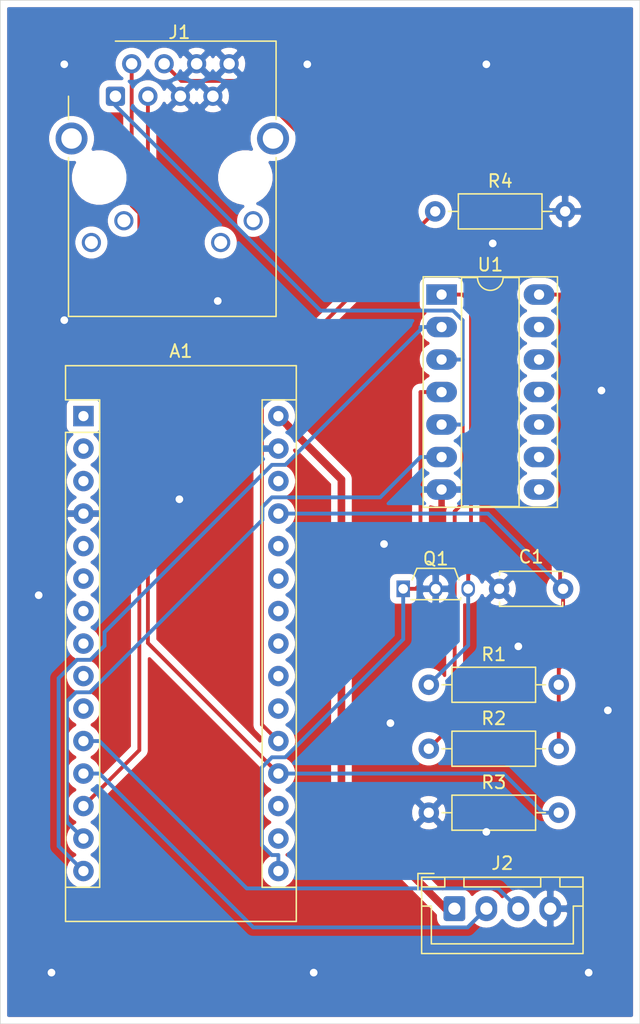
<source format=kicad_pcb>
(kicad_pcb (version 20171130) (host pcbnew "(5.1.5)-2")

  (general
    (thickness 1.6)
    (drawings 4)
    (tracks 111)
    (zones 0)
    (modules 10)
    (nets 14)
  )

  (page A4)
  (layers
    (0 F.Cu signal)
    (31 B.Cu signal)
    (32 B.Adhes user)
    (33 F.Adhes user)
    (34 B.Paste user)
    (35 F.Paste user)
    (36 B.SilkS user)
    (37 F.SilkS user)
    (38 B.Mask user)
    (39 F.Mask user)
    (40 Dwgs.User user)
    (41 Cmts.User user)
    (42 Eco1.User user)
    (43 Eco2.User user)
    (44 Edge.Cuts user)
    (45 Margin user)
    (46 B.CrtYd user)
    (47 F.CrtYd user)
    (48 B.Fab user)
    (49 F.Fab user)
  )

  (setup
    (last_trace_width 0.3)
    (user_trace_width 0.4)
    (user_trace_width 0.6)
    (user_trace_width 0.8)
    (user_trace_width 1)
    (user_trace_width 1.2)
    (user_trace_width 1.6)
    (user_trace_width 2)
    (trace_clearance 0.3)
    (zone_clearance 0.508)
    (zone_45_only no)
    (trace_min 0.3)
    (via_size 1.2)
    (via_drill 0.6)
    (via_min_size 1.2)
    (via_min_drill 0.6)
    (user_via 1.2 0.8)
    (user_via 1.4 0.9)
    (user_via 1.5 1)
    (uvia_size 1.2)
    (uvia_drill 0.6)
    (uvias_allowed no)
    (uvia_min_size 1.2)
    (uvia_min_drill 0.6)
    (edge_width 0.05)
    (segment_width 0.2)
    (pcb_text_width 0.3)
    (pcb_text_size 1.5 1.5)
    (mod_edge_width 0.12)
    (mod_text_size 1 1)
    (mod_text_width 0.15)
    (pad_size 1.524 1.524)
    (pad_drill 0.762)
    (pad_to_mask_clearance 0.051)
    (solder_mask_min_width 0.25)
    (aux_axis_origin 30 180)
    (grid_origin 30 180)
    (visible_elements 7FFFFFFF)
    (pcbplotparams
      (layerselection 0x010fc_ffffffff)
      (usegerberextensions true)
      (usegerberattributes false)
      (usegerberadvancedattributes false)
      (creategerberjobfile false)
      (excludeedgelayer true)
      (linewidth 0.100000)
      (plotframeref false)
      (viasonmask false)
      (mode 1)
      (useauxorigin false)
      (hpglpennumber 1)
      (hpglpenspeed 20)
      (hpglpendiameter 15.000000)
      (psnegative false)
      (psa4output false)
      (plotreference true)
      (plotvalue true)
      (plotinvisibletext false)
      (padsonsilk false)
      (subtractmaskfromsilk false)
      (outputformat 1)
      (mirror false)
      (drillshape 0)
      (scaleselection 1)
      (outputdirectory "Gerber/"))
  )

  (net 0 "")
  (net 1 /Joystick_x)
  (net 2 GND)
  (net 3 /Joystick_y)
  (net 4 /Joystick_Switch)
  (net 5 "Net-(A1-Pad14)")
  (net 6 "Net-(A1-Pad15)")
  (net 7 "Net-(A1-Pad16)")
  (net 8 "Net-(Q1-Pad3)")
  (net 9 /ICS_OutPut)
  (net 10 /+5V)
  (net 11 VCC)
  (net 12 /I2C_SDA)
  (net 13 /I2C_SCL)

  (net_class Default "これはデフォルトのネット クラスです。"
    (clearance 0.3)
    (trace_width 0.3)
    (via_dia 1.2)
    (via_drill 0.6)
    (uvia_dia 1.2)
    (uvia_drill 0.6)
    (diff_pair_width 0.3)
    (diff_pair_gap 0.3)
    (add_net /+5V)
    (add_net /I2C_SCL)
    (add_net /I2C_SDA)
    (add_net /ICS_OutPut)
    (add_net /Joystick_Switch)
    (add_net /Joystick_x)
    (add_net /Joystick_y)
    (add_net GND)
    (add_net "Net-(A1-Pad14)")
    (add_net "Net-(A1-Pad15)")
    (add_net "Net-(A1-Pad16)")
    (add_net "Net-(Q1-Pad3)")
    (add_net VCC)
  )

  (module Package_TO_SOT_THT:TO-92S_Wide (layer F.Cu) (tedit 5DEB9BD5) (tstamp 5DEBF28E)
    (at 61.5 146)
    (descr "TO-92S_Wide package, drill 0.75mm (https://www.diodes.com/assets/Package-Files/TO92S%20(Type%20B).pdf)")
    (tags "TO-92S_Wide transistor")
    (path /5DEE34FB)
    (fp_text reference Q1 (at 2.54 -2.35) (layer F.SilkS)
      (effects (font (size 1 1) (thickness 0.15)))
    )
    (fp_text value DTC114EL (at 2.42 1.8) (layer F.Fab)
      (effects (font (size 1 1) (thickness 0.15)))
    )
    (fp_text user %R (at 2.54 -2.35) (layer F.Fab)
      (effects (font (size 1 1) (thickness 0.15)))
    )
    (fp_line (start -0.7 0.85) (end 0.43 0.85) (layer F.CrtYd) (width 0.05))
    (fp_line (start -0.7 -0.85) (end -0.7 0.85) (layer F.CrtYd) (width 0.05))
    (fp_line (start 0.58 -0.85) (end -0.7 -0.85) (layer F.CrtYd) (width 0.05))
    (fp_line (start 0.58 -0.85) (end 0.96 -1.8) (layer F.CrtYd) (width 0.05))
    (fp_line (start 0.51 1) (end 0.43 0.85) (layer F.CrtYd) (width 0.05))
    (fp_line (start 5.85 0.85) (end 4.65 0.85) (layer F.CrtYd) (width 0.05))
    (fp_line (start 5.85 -0.85) (end 5.85 0.85) (layer F.CrtYd) (width 0.05))
    (fp_line (start 4.5 -0.85) (end 5.85 -0.85) (layer F.CrtYd) (width 0.05))
    (fp_line (start 4.12 -1.8) (end 0.97 -1.8) (layer F.CrtYd) (width 0.05))
    (fp_line (start 4.5 -0.85) (end 4.12 -1.8) (layer F.CrtYd) (width 0.05))
    (fp_line (start 4.57 1) (end 4.65 0.85) (layer F.CrtYd) (width 0.05))
    (fp_line (start 0.52 1) (end 4.57 1) (layer F.CrtYd) (width 0.05))
    (fp_line (start 1.07 -1.6) (end 0.7 -0.7) (layer F.SilkS) (width 0.12))
    (fp_line (start 4.02 -1.6) (end 1.07 -1.6) (layer F.SilkS) (width 0.12))
    (fp_line (start 4.35 -0.7) (end 4.02 -1.6) (layer F.SilkS) (width 0.12))
    (fp_line (start 4.47 0.85) (end 4.5 0.7) (layer F.SilkS) (width 0.12))
    (fp_line (start 0.62 0.85) (end 4.47 0.85) (layer F.SilkS) (width 0.12))
    (fp_line (start 1.12 -1.55) (end 3.97 -1.55) (layer F.Fab) (width 0.12))
    (fp_line (start 0.52 0) (end 1.12 -1.55) (layer F.Fab) (width 0.12))
    (fp_line (start 0.67 0.75) (end 0.52 0) (layer F.Fab) (width 0.12))
    (fp_line (start 4.57 0) (end 3.97 -1.55) (layer F.Fab) (width 0.12))
    (fp_line (start 4.42 0.75) (end 4.57 0) (layer F.Fab) (width 0.12))
    (fp_line (start 0.67 0.75) (end 4.42 0.75) (layer F.Fab) (width 0.12))
    (pad 2 thru_hole oval (at 2.54 0 180) (size 1.05 1.3) (drill 0.75) (layers *.Cu *.Mask)
      (net 2 GND))
    (pad 3 thru_hole oval (at 5.08 0 180) (size 1.05 1.3) (drill 0.75) (layers *.Cu *.Mask)
      (net 8 "Net-(Q1-Pad3)"))
    (pad 1 thru_hole rect (at 0 0 180) (size 1.05 1.3) (drill 0.75) (layers *.Cu *.Mask)
      (net 7 "Net-(A1-Pad16)"))
    (model ${KISYS3DMOD}/Package_TO_SOT_THT.3dshapes/TO-92S_Wide.wrl
      (at (xyz 0 0 0))
      (scale (xyz 1 1 1))
      (rotate (xyz 0 0 0))
    )
  )

  (module Module:Arduino_Nano (layer F.Cu) (tedit 58ACAF70) (tstamp 5DEBF201)
    (at 36.5 132.5)
    (descr "Arduino Nano, http://www.mouser.com/pdfdocs/Gravitech_Arduino_Nano3_0.pdf")
    (tags "Arduino Nano")
    (path /5DE334A7)
    (fp_text reference A1 (at 7.62 -5.08) (layer F.SilkS)
      (effects (font (size 1 1) (thickness 0.15)))
    )
    (fp_text value Arduino_Nano_v3.0 (at 8.89 19.05 90) (layer F.Fab)
      (effects (font (size 1 1) (thickness 0.15)))
    )
    (fp_text user %R (at 6.35 19.05 90) (layer F.Fab)
      (effects (font (size 1 1) (thickness 0.15)))
    )
    (fp_line (start 1.27 1.27) (end 1.27 -1.27) (layer F.SilkS) (width 0.12))
    (fp_line (start 1.27 -1.27) (end -1.4 -1.27) (layer F.SilkS) (width 0.12))
    (fp_line (start -1.4 1.27) (end -1.4 39.5) (layer F.SilkS) (width 0.12))
    (fp_line (start -1.4 -3.94) (end -1.4 -1.27) (layer F.SilkS) (width 0.12))
    (fp_line (start 13.97 -1.27) (end 16.64 -1.27) (layer F.SilkS) (width 0.12))
    (fp_line (start 13.97 -1.27) (end 13.97 36.83) (layer F.SilkS) (width 0.12))
    (fp_line (start 13.97 36.83) (end 16.64 36.83) (layer F.SilkS) (width 0.12))
    (fp_line (start 1.27 1.27) (end -1.4 1.27) (layer F.SilkS) (width 0.12))
    (fp_line (start 1.27 1.27) (end 1.27 36.83) (layer F.SilkS) (width 0.12))
    (fp_line (start 1.27 36.83) (end -1.4 36.83) (layer F.SilkS) (width 0.12))
    (fp_line (start 3.81 31.75) (end 11.43 31.75) (layer F.Fab) (width 0.1))
    (fp_line (start 11.43 31.75) (end 11.43 41.91) (layer F.Fab) (width 0.1))
    (fp_line (start 11.43 41.91) (end 3.81 41.91) (layer F.Fab) (width 0.1))
    (fp_line (start 3.81 41.91) (end 3.81 31.75) (layer F.Fab) (width 0.1))
    (fp_line (start -1.4 39.5) (end 16.64 39.5) (layer F.SilkS) (width 0.12))
    (fp_line (start 16.64 39.5) (end 16.64 -3.94) (layer F.SilkS) (width 0.12))
    (fp_line (start 16.64 -3.94) (end -1.4 -3.94) (layer F.SilkS) (width 0.12))
    (fp_line (start 16.51 39.37) (end -1.27 39.37) (layer F.Fab) (width 0.1))
    (fp_line (start -1.27 39.37) (end -1.27 -2.54) (layer F.Fab) (width 0.1))
    (fp_line (start -1.27 -2.54) (end 0 -3.81) (layer F.Fab) (width 0.1))
    (fp_line (start 0 -3.81) (end 16.51 -3.81) (layer F.Fab) (width 0.1))
    (fp_line (start 16.51 -3.81) (end 16.51 39.37) (layer F.Fab) (width 0.1))
    (fp_line (start -1.53 -4.06) (end 16.75 -4.06) (layer F.CrtYd) (width 0.05))
    (fp_line (start -1.53 -4.06) (end -1.53 42.16) (layer F.CrtYd) (width 0.05))
    (fp_line (start 16.75 42.16) (end 16.75 -4.06) (layer F.CrtYd) (width 0.05))
    (fp_line (start 16.75 42.16) (end -1.53 42.16) (layer F.CrtYd) (width 0.05))
    (pad 1 thru_hole rect (at 0 0) (size 1.6 1.6) (drill 0.8) (layers *.Cu *.Mask))
    (pad 17 thru_hole oval (at 15.24 33.02) (size 1.6 1.6) (drill 0.8) (layers *.Cu *.Mask))
    (pad 2 thru_hole oval (at 0 2.54) (size 1.6 1.6) (drill 0.8) (layers *.Cu *.Mask))
    (pad 18 thru_hole oval (at 15.24 30.48) (size 1.6 1.6) (drill 0.8) (layers *.Cu *.Mask))
    (pad 3 thru_hole oval (at 0 5.08) (size 1.6 1.6) (drill 0.8) (layers *.Cu *.Mask))
    (pad 19 thru_hole oval (at 15.24 27.94) (size 1.6 1.6) (drill 0.8) (layers *.Cu *.Mask)
      (net 1 /Joystick_x))
    (pad 4 thru_hole oval (at 0 7.62) (size 1.6 1.6) (drill 0.8) (layers *.Cu *.Mask)
      (net 2 GND))
    (pad 20 thru_hole oval (at 15.24 25.4) (size 1.6 1.6) (drill 0.8) (layers *.Cu *.Mask)
      (net 3 /Joystick_y))
    (pad 5 thru_hole oval (at 0 10.16) (size 1.6 1.6) (drill 0.8) (layers *.Cu *.Mask))
    (pad 21 thru_hole oval (at 15.24 22.86) (size 1.6 1.6) (drill 0.8) (layers *.Cu *.Mask))
    (pad 6 thru_hole oval (at 0 12.7) (size 1.6 1.6) (drill 0.8) (layers *.Cu *.Mask))
    (pad 22 thru_hole oval (at 15.24 20.32) (size 1.6 1.6) (drill 0.8) (layers *.Cu *.Mask))
    (pad 7 thru_hole oval (at 0 15.24) (size 1.6 1.6) (drill 0.8) (layers *.Cu *.Mask))
    (pad 23 thru_hole oval (at 15.24 17.78) (size 1.6 1.6) (drill 0.8) (layers *.Cu *.Mask))
    (pad 8 thru_hole oval (at 0 17.78) (size 1.6 1.6) (drill 0.8) (layers *.Cu *.Mask))
    (pad 24 thru_hole oval (at 15.24 15.24) (size 1.6 1.6) (drill 0.8) (layers *.Cu *.Mask))
    (pad 9 thru_hole oval (at 0 20.32) (size 1.6 1.6) (drill 0.8) (layers *.Cu *.Mask))
    (pad 25 thru_hole oval (at 15.24 12.7) (size 1.6 1.6) (drill 0.8) (layers *.Cu *.Mask))
    (pad 10 thru_hole oval (at 0 22.86) (size 1.6 1.6) (drill 0.8) (layers *.Cu *.Mask))
    (pad 26 thru_hole oval (at 15.24 10.16) (size 1.6 1.6) (drill 0.8) (layers *.Cu *.Mask))
    (pad 11 thru_hole oval (at 0 25.4) (size 1.6 1.6) (drill 0.8) (layers *.Cu *.Mask)
      (net 12 /I2C_SDA))
    (pad 27 thru_hole oval (at 15.24 7.62) (size 1.6 1.6) (drill 0.8) (layers *.Cu *.Mask)
      (net 10 /+5V))
    (pad 12 thru_hole oval (at 0 27.94) (size 1.6 1.6) (drill 0.8) (layers *.Cu *.Mask)
      (net 13 /I2C_SCL))
    (pad 28 thru_hole oval (at 15.24 5.08) (size 1.6 1.6) (drill 0.8) (layers *.Cu *.Mask))
    (pad 13 thru_hole oval (at 0 30.48) (size 1.6 1.6) (drill 0.8) (layers *.Cu *.Mask)
      (net 4 /Joystick_Switch))
    (pad 29 thru_hole oval (at 15.24 2.54) (size 1.6 1.6) (drill 0.8) (layers *.Cu *.Mask)
      (net 2 GND))
    (pad 14 thru_hole oval (at 0 33.02) (size 1.6 1.6) (drill 0.8) (layers *.Cu *.Mask)
      (net 5 "Net-(A1-Pad14)"))
    (pad 30 thru_hole oval (at 15.24 0) (size 1.6 1.6) (drill 0.8) (layers *.Cu *.Mask)
      (net 11 VCC))
    (pad 15 thru_hole oval (at 0 35.56) (size 1.6 1.6) (drill 0.8) (layers *.Cu *.Mask)
      (net 6 "Net-(A1-Pad15)"))
    (pad 16 thru_hole oval (at 15.24 35.56) (size 1.6 1.6) (drill 0.8) (layers *.Cu *.Mask)
      (net 7 "Net-(A1-Pad16)"))
    (model ${KISYS3DMOD}/Module.3dshapes/Arduino_Nano_WithMountingHoles.wrl
      (at (xyz 0 0 0))
      (scale (xyz 1 1 1))
      (rotate (xyz 0 0 0))
    )
  )

  (module Capacitor_THT:C_Disc_D4.7mm_W2.5mm_P5.00mm (layer F.Cu) (tedit 5AE50EF0) (tstamp 5DEBF216)
    (at 69 146)
    (descr "C, Disc series, Radial, pin pitch=5.00mm, , diameter*width=4.7*2.5mm^2, Capacitor, http://www.vishay.com/docs/45233/krseries.pdf")
    (tags "C Disc series Radial pin pitch 5.00mm  diameter 4.7mm width 2.5mm Capacitor")
    (path /5DEE50CF)
    (fp_text reference C1 (at 2.5 -2.5) (layer F.SilkS)
      (effects (font (size 1 1) (thickness 0.15)))
    )
    (fp_text value 0.1 (at 2.5 2.5) (layer F.Fab)
      (effects (font (size 1 1) (thickness 0.15)))
    )
    (fp_line (start 0.15 -1.25) (end 0.15 1.25) (layer F.Fab) (width 0.1))
    (fp_line (start 0.15 1.25) (end 4.85 1.25) (layer F.Fab) (width 0.1))
    (fp_line (start 4.85 1.25) (end 4.85 -1.25) (layer F.Fab) (width 0.1))
    (fp_line (start 4.85 -1.25) (end 0.15 -1.25) (layer F.Fab) (width 0.1))
    (fp_line (start 0.03 -1.37) (end 4.97 -1.37) (layer F.SilkS) (width 0.12))
    (fp_line (start 0.03 1.37) (end 4.97 1.37) (layer F.SilkS) (width 0.12))
    (fp_line (start 0.03 -1.37) (end 0.03 -1.055) (layer F.SilkS) (width 0.12))
    (fp_line (start 0.03 1.055) (end 0.03 1.37) (layer F.SilkS) (width 0.12))
    (fp_line (start 4.97 -1.37) (end 4.97 -1.055) (layer F.SilkS) (width 0.12))
    (fp_line (start 4.97 1.055) (end 4.97 1.37) (layer F.SilkS) (width 0.12))
    (fp_line (start -1.05 -1.5) (end -1.05 1.5) (layer F.CrtYd) (width 0.05))
    (fp_line (start -1.05 1.5) (end 6.05 1.5) (layer F.CrtYd) (width 0.05))
    (fp_line (start 6.05 1.5) (end 6.05 -1.5) (layer F.CrtYd) (width 0.05))
    (fp_line (start 6.05 -1.5) (end -1.05 -1.5) (layer F.CrtYd) (width 0.05))
    (fp_text user %R (at 2.5 0) (layer F.Fab)
      (effects (font (size 0.94 0.94) (thickness 0.141)))
    )
    (pad 1 thru_hole circle (at 0 0) (size 1.6 1.6) (drill 0.8) (layers *.Cu *.Mask)
      (net 2 GND))
    (pad 2 thru_hole circle (at 5 0) (size 1.6 1.6) (drill 0.8) (layers *.Cu *.Mask)
      (net 10 /+5V))
    (model ${KISYS3DMOD}/Capacitor_THT.3dshapes/C_Disc_D4.7mm_W2.5mm_P5.00mm.wrl
      (at (xyz 0 0 0))
      (scale (xyz 1 1 1))
      (rotate (xyz 0 0 0))
    )
  )

  (module Connector_RJ:RJ45_Cetus_J1B1211CCD_Horizontal (layer F.Cu) (tedit 5BBCB15F) (tstamp 5DEBF244)
    (at 39 107.5)
    (descr "1 Port RJ45 Magjack Connector Through Hole 10/100 Base-T, Cetus, used and distributed by WIZnet (https://wizwiki.net/wiki/lib/exe/fetch.php?media=products:wiz550web:wiz550webds_kr:j1b1211ccd.pdf)")
    (tags "RJ45 Magjack")
    (path /5E014AE7)
    (fp_text reference J1 (at 5 -5) (layer F.SilkS)
      (effects (font (size 1 1) (thickness 0.15)))
    )
    (fp_text value 8P8C_LED (at 4.445 18) (layer F.Fab)
      (effects (font (size 1 1) (thickness 0.15)))
    )
    (fp_line (start -3.555 1) (end -3.555 17.1) (layer F.Fab) (width 0.1))
    (fp_line (start -3.555 -4.2) (end 12.445 -4.2) (layer F.Fab) (width 0.1))
    (fp_line (start 12.445 -4.2) (end 12.445 17.1) (layer F.Fab) (width 0.1))
    (fp_line (start -3.555 17.1) (end 12.445 17.1) (layer F.Fab) (width 0.1))
    (fp_text user %R (at 4 16) (layer F.Fab)
      (effects (font (size 1 1) (thickness 0.15)))
    )
    (fp_line (start -3.555 -4.2) (end -3.555 -1) (layer F.Fab) (width 0.1))
    (fp_line (start -2.555 0) (end -3.555 -1) (layer F.Fab) (width 0.1))
    (fp_line (start -2.555 0) (end -3.555 1) (layer F.Fab) (width 0.1))
    (fp_line (start 0 -4.31) (end 12.56 -4.31) (layer F.SilkS) (width 0.12))
    (fp_line (start 12.56 -4.31) (end 12.56 1.81) (layer F.SilkS) (width 0.12))
    (fp_line (start -3.67 0) (end -3.67 1.81) (layer F.SilkS) (width 0.12))
    (fp_line (start -3.67 4.8) (end -3.67 17.21) (layer F.SilkS) (width 0.12))
    (fp_line (start 12.56 17.21) (end -3.67 17.21) (layer F.SilkS) (width 0.12))
    (fp_line (start 12.56 4.79) (end 12.56 17.21) (layer F.SilkS) (width 0.12))
    (fp_line (start -4.06 5.14) (end -4.06 17.6) (layer F.CrtYd) (width 0.05))
    (fp_line (start -5.18 4.02) (end -5.18 2.57) (layer F.CrtYd) (width 0.05))
    (fp_line (start -4.06 1.45) (end -5.18 2.57) (layer F.CrtYd) (width 0.05))
    (fp_line (start -5.18 4.02) (end -4.06 5.14) (layer F.CrtYd) (width 0.05))
    (fp_line (start -4.06 1.45) (end -4.06 -4.7) (layer F.CrtYd) (width 0.05))
    (fp_line (start 14.07 4.02) (end 14.07 2.57) (layer F.CrtYd) (width 0.05))
    (fp_line (start 12.95 1.45) (end 12.95 -4.7) (layer F.CrtYd) (width 0.05))
    (fp_line (start 14.07 4.02) (end 12.95 5.14) (layer F.CrtYd) (width 0.05))
    (fp_line (start 12.95 5.14) (end 12.95 17.6) (layer F.CrtYd) (width 0.05))
    (fp_line (start 12.95 1.45) (end 14.07 2.57) (layer F.CrtYd) (width 0.05))
    (fp_line (start -4.06 -4.7) (end 12.95 -4.7) (layer F.CrtYd) (width 0.05))
    (fp_line (start -4.06 17.6) (end 12.95 17.6) (layer F.CrtYd) (width 0.05))
    (pad "" np_thru_hole circle (at 10.16 6.35) (size 3.25 3.25) (drill 3.25) (layers *.Cu *.Mask))
    (pad "" np_thru_hole circle (at -1.27 6.35) (size 3.25 3.25) (drill 3.25) (layers *.Cu *.Mask))
    (pad 1 thru_hole roundrect (at 0 0) (size 1.5 1.5) (drill 0.9) (layers *.Cu *.Mask) (roundrect_rratio 0.167)
      (net 9 /ICS_OutPut))
    (pad 2 thru_hole circle (at 1.27 -2.54) (size 1.5 1.5) (drill 0.9) (layers *.Cu *.Mask)
      (net 4 /Joystick_Switch))
    (pad 3 thru_hole circle (at 2.54 0) (size 1.5 1.5) (drill 0.9) (layers *.Cu *.Mask)
      (net 1 /Joystick_x))
    (pad 4 thru_hole circle (at 3.81 -2.54) (size 1.5 1.5) (drill 0.9) (layers *.Cu *.Mask)
      (net 3 /Joystick_y))
    (pad 5 thru_hole circle (at 5.08 0) (size 1.5 1.5) (drill 0.9) (layers *.Cu *.Mask)
      (net 2 GND))
    (pad 6 thru_hole circle (at 6.35 -2.54) (size 1.5 1.5) (drill 0.9) (layers *.Cu *.Mask)
      (net 2 GND))
    (pad 7 thru_hole circle (at 7.62 0) (size 1.5 1.5) (drill 0.9) (layers *.Cu *.Mask)
      (net 2 GND))
    (pad 13 thru_hole circle (at -3.43 3.3) (size 2.5 2.5) (drill 1.6) (layers *.Cu *.Mask))
    (pad 8 thru_hole circle (at 8.89 -2.54) (size 1.5 1.5) (drill 0.9) (layers *.Cu *.Mask)
      (net 2 GND))
    (pad 13 thru_hole circle (at 12.32 3.3) (size 2.5 2.5) (drill 1.6) (layers *.Cu *.Mask))
    (pad 9 thru_hole circle (at -1.88 11.43) (size 1.5 1.5) (drill 1.02) (layers *.Cu *.Mask))
    (pad 10 thru_hole circle (at 0.66 9.73) (size 1.5 1.5) (drill 1.02) (layers *.Cu *.Mask))
    (pad 12 thru_hole circle (at 10.77 9.73) (size 1.5 1.5) (drill 1.02) (layers *.Cu *.Mask))
    (pad 11 thru_hole circle (at 8.23 11.43) (size 1.5 1.5) (drill 1.02) (layers *.Cu *.Mask))
    (model ${KISYS3DMOD}/Connector_RJ.3dshapes/RJ45_Cetus_J1B1211CCD.wrl
      (at (xyz 0 0 0))
      (scale (xyz 1 1 1))
      (rotate (xyz 0 0 0))
    )
  )

  (module Connector_JST:JST_XH_B4B-XH-A_1x04_P2.50mm_Vertical (layer F.Cu) (tedit 5C28146C) (tstamp 5DEBF26F)
    (at 65.5 171)
    (descr "JST XH series connector, B4B-XH-A (http://www.jst-mfg.com/product/pdf/eng/eXH.pdf), generated with kicad-footprint-generator")
    (tags "connector JST XH vertical")
    (path /5DF697B4)
    (fp_text reference J2 (at 3.75 -3.55) (layer F.SilkS)
      (effects (font (size 1 1) (thickness 0.15)))
    )
    (fp_text value Conn_XH4p (at 3.75 4.6) (layer F.Fab)
      (effects (font (size 1 1) (thickness 0.15)))
    )
    (fp_line (start -2.45 -2.35) (end -2.45 3.4) (layer F.Fab) (width 0.1))
    (fp_line (start -2.45 3.4) (end 9.95 3.4) (layer F.Fab) (width 0.1))
    (fp_line (start 9.95 3.4) (end 9.95 -2.35) (layer F.Fab) (width 0.1))
    (fp_line (start 9.95 -2.35) (end -2.45 -2.35) (layer F.Fab) (width 0.1))
    (fp_line (start -2.56 -2.46) (end -2.56 3.51) (layer F.SilkS) (width 0.12))
    (fp_line (start -2.56 3.51) (end 10.06 3.51) (layer F.SilkS) (width 0.12))
    (fp_line (start 10.06 3.51) (end 10.06 -2.46) (layer F.SilkS) (width 0.12))
    (fp_line (start 10.06 -2.46) (end -2.56 -2.46) (layer F.SilkS) (width 0.12))
    (fp_line (start -2.95 -2.85) (end -2.95 3.9) (layer F.CrtYd) (width 0.05))
    (fp_line (start -2.95 3.9) (end 10.45 3.9) (layer F.CrtYd) (width 0.05))
    (fp_line (start 10.45 3.9) (end 10.45 -2.85) (layer F.CrtYd) (width 0.05))
    (fp_line (start 10.45 -2.85) (end -2.95 -2.85) (layer F.CrtYd) (width 0.05))
    (fp_line (start -0.625 -2.35) (end 0 -1.35) (layer F.Fab) (width 0.1))
    (fp_line (start 0 -1.35) (end 0.625 -2.35) (layer F.Fab) (width 0.1))
    (fp_line (start 0.75 -2.45) (end 0.75 -1.7) (layer F.SilkS) (width 0.12))
    (fp_line (start 0.75 -1.7) (end 6.75 -1.7) (layer F.SilkS) (width 0.12))
    (fp_line (start 6.75 -1.7) (end 6.75 -2.45) (layer F.SilkS) (width 0.12))
    (fp_line (start 6.75 -2.45) (end 0.75 -2.45) (layer F.SilkS) (width 0.12))
    (fp_line (start -2.55 -2.45) (end -2.55 -1.7) (layer F.SilkS) (width 0.12))
    (fp_line (start -2.55 -1.7) (end -0.75 -1.7) (layer F.SilkS) (width 0.12))
    (fp_line (start -0.75 -1.7) (end -0.75 -2.45) (layer F.SilkS) (width 0.12))
    (fp_line (start -0.75 -2.45) (end -2.55 -2.45) (layer F.SilkS) (width 0.12))
    (fp_line (start 8.25 -2.45) (end 8.25 -1.7) (layer F.SilkS) (width 0.12))
    (fp_line (start 8.25 -1.7) (end 10.05 -1.7) (layer F.SilkS) (width 0.12))
    (fp_line (start 10.05 -1.7) (end 10.05 -2.45) (layer F.SilkS) (width 0.12))
    (fp_line (start 10.05 -2.45) (end 8.25 -2.45) (layer F.SilkS) (width 0.12))
    (fp_line (start -2.55 -0.2) (end -1.8 -0.2) (layer F.SilkS) (width 0.12))
    (fp_line (start -1.8 -0.2) (end -1.8 2.75) (layer F.SilkS) (width 0.12))
    (fp_line (start -1.8 2.75) (end 3.75 2.75) (layer F.SilkS) (width 0.12))
    (fp_line (start 10.05 -0.2) (end 9.3 -0.2) (layer F.SilkS) (width 0.12))
    (fp_line (start 9.3 -0.2) (end 9.3 2.75) (layer F.SilkS) (width 0.12))
    (fp_line (start 9.3 2.75) (end 3.75 2.75) (layer F.SilkS) (width 0.12))
    (fp_line (start -1.6 -2.75) (end -2.85 -2.75) (layer F.SilkS) (width 0.12))
    (fp_line (start -2.85 -2.75) (end -2.85 -1.5) (layer F.SilkS) (width 0.12))
    (fp_text user %R (at 3.75 2.7) (layer F.Fab)
      (effects (font (size 1 1) (thickness 0.15)))
    )
    (pad 1 thru_hole roundrect (at 0 0) (size 1.7 1.95) (drill 0.95) (layers *.Cu *.Mask) (roundrect_rratio 0.147059)
      (net 11 VCC))
    (pad 2 thru_hole oval (at 2.5 0) (size 1.7 1.95) (drill 0.95) (layers *.Cu *.Mask)
      (net 13 /I2C_SCL))
    (pad 3 thru_hole oval (at 5 0) (size 1.7 1.95) (drill 0.95) (layers *.Cu *.Mask)
      (net 12 /I2C_SDA))
    (pad 4 thru_hole oval (at 7.5 0) (size 1.7 1.95) (drill 0.95) (layers *.Cu *.Mask)
      (net 2 GND))
    (model ${KISYS3DMOD}/Connector_JST.3dshapes/JST_XH_B4B-XH-A_1x04_P2.50mm_Vertical.wrl
      (at (xyz 0 0 0))
      (scale (xyz 1 1 1))
      (rotate (xyz 0 0 0))
    )
  )

  (module Resistor_THT:R_Axial_DIN0207_L6.3mm_D2.5mm_P10.16mm_Horizontal (layer F.Cu) (tedit 5AE5139B) (tstamp 5DEBF2A5)
    (at 63.5 153.5)
    (descr "Resistor, Axial_DIN0207 series, Axial, Horizontal, pin pitch=10.16mm, 0.25W = 1/4W, length*diameter=6.3*2.5mm^2, http://cdn-reichelt.de/documents/datenblatt/B400/1_4W%23YAG.pdf")
    (tags "Resistor Axial_DIN0207 series Axial Horizontal pin pitch 10.16mm 0.25W = 1/4W length 6.3mm diameter 2.5mm")
    (path /5DEE66BF)
    (fp_text reference R1 (at 5.08 -2.37) (layer F.SilkS)
      (effects (font (size 1 1) (thickness 0.15)))
    )
    (fp_text value 10k (at 5.08 2.37) (layer F.Fab)
      (effects (font (size 1 1) (thickness 0.15)))
    )
    (fp_text user %R (at 5.08 0) (layer F.Fab)
      (effects (font (size 1 1) (thickness 0.15)))
    )
    (fp_line (start 11.21 -1.5) (end -1.05 -1.5) (layer F.CrtYd) (width 0.05))
    (fp_line (start 11.21 1.5) (end 11.21 -1.5) (layer F.CrtYd) (width 0.05))
    (fp_line (start -1.05 1.5) (end 11.21 1.5) (layer F.CrtYd) (width 0.05))
    (fp_line (start -1.05 -1.5) (end -1.05 1.5) (layer F.CrtYd) (width 0.05))
    (fp_line (start 9.12 0) (end 8.35 0) (layer F.SilkS) (width 0.12))
    (fp_line (start 1.04 0) (end 1.81 0) (layer F.SilkS) (width 0.12))
    (fp_line (start 8.35 -1.37) (end 1.81 -1.37) (layer F.SilkS) (width 0.12))
    (fp_line (start 8.35 1.37) (end 8.35 -1.37) (layer F.SilkS) (width 0.12))
    (fp_line (start 1.81 1.37) (end 8.35 1.37) (layer F.SilkS) (width 0.12))
    (fp_line (start 1.81 -1.37) (end 1.81 1.37) (layer F.SilkS) (width 0.12))
    (fp_line (start 10.16 0) (end 8.23 0) (layer F.Fab) (width 0.1))
    (fp_line (start 0 0) (end 1.93 0) (layer F.Fab) (width 0.1))
    (fp_line (start 8.23 -1.25) (end 1.93 -1.25) (layer F.Fab) (width 0.1))
    (fp_line (start 8.23 1.25) (end 8.23 -1.25) (layer F.Fab) (width 0.1))
    (fp_line (start 1.93 1.25) (end 8.23 1.25) (layer F.Fab) (width 0.1))
    (fp_line (start 1.93 -1.25) (end 1.93 1.25) (layer F.Fab) (width 0.1))
    (pad 2 thru_hole oval (at 10.16 0) (size 1.6 1.6) (drill 0.8) (layers *.Cu *.Mask)
      (net 10 /+5V))
    (pad 1 thru_hole circle (at 0 0) (size 1.6 1.6) (drill 0.8) (layers *.Cu *.Mask)
      (net 8 "Net-(Q1-Pad3)"))
    (model ${KISYS3DMOD}/Resistor_THT.3dshapes/R_Axial_DIN0207_L6.3mm_D2.5mm_P10.16mm_Horizontal.wrl
      (at (xyz 0 0 0))
      (scale (xyz 1 1 1))
      (rotate (xyz 0 0 0))
    )
  )

  (module Resistor_THT:R_Axial_DIN0207_L6.3mm_D2.5mm_P10.16mm_Horizontal (layer F.Cu) (tedit 5AE5139B) (tstamp 5DEBF2BC)
    (at 63.5 158.5)
    (descr "Resistor, Axial_DIN0207 series, Axial, Horizontal, pin pitch=10.16mm, 0.25W = 1/4W, length*diameter=6.3*2.5mm^2, http://cdn-reichelt.de/documents/datenblatt/B400/1_4W%23YAG.pdf")
    (tags "Resistor Axial_DIN0207 series Axial Horizontal pin pitch 10.16mm 0.25W = 1/4W length 6.3mm diameter 2.5mm")
    (path /5DEC8089)
    (fp_text reference R2 (at 5.08 -2.37) (layer F.SilkS)
      (effects (font (size 1 1) (thickness 0.15)))
    )
    (fp_text value 2.2k (at 5.08 2.37) (layer F.Fab)
      (effects (font (size 1 1) (thickness 0.15)))
    )
    (fp_line (start 1.93 -1.25) (end 1.93 1.25) (layer F.Fab) (width 0.1))
    (fp_line (start 1.93 1.25) (end 8.23 1.25) (layer F.Fab) (width 0.1))
    (fp_line (start 8.23 1.25) (end 8.23 -1.25) (layer F.Fab) (width 0.1))
    (fp_line (start 8.23 -1.25) (end 1.93 -1.25) (layer F.Fab) (width 0.1))
    (fp_line (start 0 0) (end 1.93 0) (layer F.Fab) (width 0.1))
    (fp_line (start 10.16 0) (end 8.23 0) (layer F.Fab) (width 0.1))
    (fp_line (start 1.81 -1.37) (end 1.81 1.37) (layer F.SilkS) (width 0.12))
    (fp_line (start 1.81 1.37) (end 8.35 1.37) (layer F.SilkS) (width 0.12))
    (fp_line (start 8.35 1.37) (end 8.35 -1.37) (layer F.SilkS) (width 0.12))
    (fp_line (start 8.35 -1.37) (end 1.81 -1.37) (layer F.SilkS) (width 0.12))
    (fp_line (start 1.04 0) (end 1.81 0) (layer F.SilkS) (width 0.12))
    (fp_line (start 9.12 0) (end 8.35 0) (layer F.SilkS) (width 0.12))
    (fp_line (start -1.05 -1.5) (end -1.05 1.5) (layer F.CrtYd) (width 0.05))
    (fp_line (start -1.05 1.5) (end 11.21 1.5) (layer F.CrtYd) (width 0.05))
    (fp_line (start 11.21 1.5) (end 11.21 -1.5) (layer F.CrtYd) (width 0.05))
    (fp_line (start 11.21 -1.5) (end -1.05 -1.5) (layer F.CrtYd) (width 0.05))
    (fp_text user %R (at 5.08 0) (layer F.Fab)
      (effects (font (size 1 1) (thickness 0.15)))
    )
    (pad 1 thru_hole circle (at 0 0) (size 1.6 1.6) (drill 0.8) (layers *.Cu *.Mask)
      (net 9 /ICS_OutPut))
    (pad 2 thru_hole oval (at 10.16 0) (size 1.6 1.6) (drill 0.8) (layers *.Cu *.Mask)
      (net 10 /+5V))
    (model ${KISYS3DMOD}/Resistor_THT.3dshapes/R_Axial_DIN0207_L6.3mm_D2.5mm_P10.16mm_Horizontal.wrl
      (at (xyz 0 0 0))
      (scale (xyz 1 1 1))
      (rotate (xyz 0 0 0))
    )
  )

  (module Resistor_THT:R_Axial_DIN0207_L6.3mm_D2.5mm_P10.16mm_Horizontal (layer F.Cu) (tedit 5AE5139B) (tstamp 5DEBF657)
    (at 63.5 163.5)
    (descr "Resistor, Axial_DIN0207 series, Axial, Horizontal, pin pitch=10.16mm, 0.25W = 1/4W, length*diameter=6.3*2.5mm^2, http://cdn-reichelt.de/documents/datenblatt/B400/1_4W%23YAG.pdf")
    (tags "Resistor Axial_DIN0207 series Axial Horizontal pin pitch 10.16mm 0.25W = 1/4W length 6.3mm diameter 2.5mm")
    (path /5DF7BAA9)
    (fp_text reference R3 (at 5.08 -2.37) (layer F.SilkS)
      (effects (font (size 1 1) (thickness 0.15)))
    )
    (fp_text value 68 (at 5.08 2.37) (layer F.Fab)
      (effects (font (size 1 1) (thickness 0.15)))
    )
    (fp_text user %R (at 5.08 0) (layer F.Fab)
      (effects (font (size 1 1) (thickness 0.15)))
    )
    (fp_line (start 11.21 -1.5) (end -1.05 -1.5) (layer F.CrtYd) (width 0.05))
    (fp_line (start 11.21 1.5) (end 11.21 -1.5) (layer F.CrtYd) (width 0.05))
    (fp_line (start -1.05 1.5) (end 11.21 1.5) (layer F.CrtYd) (width 0.05))
    (fp_line (start -1.05 -1.5) (end -1.05 1.5) (layer F.CrtYd) (width 0.05))
    (fp_line (start 9.12 0) (end 8.35 0) (layer F.SilkS) (width 0.12))
    (fp_line (start 1.04 0) (end 1.81 0) (layer F.SilkS) (width 0.12))
    (fp_line (start 8.35 -1.37) (end 1.81 -1.37) (layer F.SilkS) (width 0.12))
    (fp_line (start 8.35 1.37) (end 8.35 -1.37) (layer F.SilkS) (width 0.12))
    (fp_line (start 1.81 1.37) (end 8.35 1.37) (layer F.SilkS) (width 0.12))
    (fp_line (start 1.81 -1.37) (end 1.81 1.37) (layer F.SilkS) (width 0.12))
    (fp_line (start 10.16 0) (end 8.23 0) (layer F.Fab) (width 0.1))
    (fp_line (start 0 0) (end 1.93 0) (layer F.Fab) (width 0.1))
    (fp_line (start 8.23 -1.25) (end 1.93 -1.25) (layer F.Fab) (width 0.1))
    (fp_line (start 8.23 1.25) (end 8.23 -1.25) (layer F.Fab) (width 0.1))
    (fp_line (start 1.93 1.25) (end 8.23 1.25) (layer F.Fab) (width 0.1))
    (fp_line (start 1.93 -1.25) (end 1.93 1.25) (layer F.Fab) (width 0.1))
    (pad 2 thru_hole oval (at 10.16 0) (size 1.6 1.6) (drill 0.8) (layers *.Cu *.Mask)
      (net 1 /Joystick_x))
    (pad 1 thru_hole circle (at 0 0) (size 1.6 1.6) (drill 0.8) (layers *.Cu *.Mask)
      (net 2 GND))
    (model ${KISYS3DMOD}/Resistor_THT.3dshapes/R_Axial_DIN0207_L6.3mm_D2.5mm_P10.16mm_Horizontal.wrl
      (at (xyz 0 0 0))
      (scale (xyz 1 1 1))
      (rotate (xyz 0 0 0))
    )
  )

  (module Resistor_THT:R_Axial_DIN0207_L6.3mm_D2.5mm_P10.16mm_Horizontal (layer F.Cu) (tedit 5AE5139B) (tstamp 5DEBF2EA)
    (at 64 116.5)
    (descr "Resistor, Axial_DIN0207 series, Axial, Horizontal, pin pitch=10.16mm, 0.25W = 1/4W, length*diameter=6.3*2.5mm^2, http://cdn-reichelt.de/documents/datenblatt/B400/1_4W%23YAG.pdf")
    (tags "Resistor Axial_DIN0207 series Axial Horizontal pin pitch 10.16mm 0.25W = 1/4W length 6.3mm diameter 2.5mm")
    (path /5DF819DA)
    (fp_text reference R4 (at 5.08 -2.37) (layer F.SilkS)
      (effects (font (size 1 1) (thickness 0.15)))
    )
    (fp_text value 68 (at 5.08 2.37) (layer F.Fab)
      (effects (font (size 1 1) (thickness 0.15)))
    )
    (fp_line (start 1.93 -1.25) (end 1.93 1.25) (layer F.Fab) (width 0.1))
    (fp_line (start 1.93 1.25) (end 8.23 1.25) (layer F.Fab) (width 0.1))
    (fp_line (start 8.23 1.25) (end 8.23 -1.25) (layer F.Fab) (width 0.1))
    (fp_line (start 8.23 -1.25) (end 1.93 -1.25) (layer F.Fab) (width 0.1))
    (fp_line (start 0 0) (end 1.93 0) (layer F.Fab) (width 0.1))
    (fp_line (start 10.16 0) (end 8.23 0) (layer F.Fab) (width 0.1))
    (fp_line (start 1.81 -1.37) (end 1.81 1.37) (layer F.SilkS) (width 0.12))
    (fp_line (start 1.81 1.37) (end 8.35 1.37) (layer F.SilkS) (width 0.12))
    (fp_line (start 8.35 1.37) (end 8.35 -1.37) (layer F.SilkS) (width 0.12))
    (fp_line (start 8.35 -1.37) (end 1.81 -1.37) (layer F.SilkS) (width 0.12))
    (fp_line (start 1.04 0) (end 1.81 0) (layer F.SilkS) (width 0.12))
    (fp_line (start 9.12 0) (end 8.35 0) (layer F.SilkS) (width 0.12))
    (fp_line (start -1.05 -1.5) (end -1.05 1.5) (layer F.CrtYd) (width 0.05))
    (fp_line (start -1.05 1.5) (end 11.21 1.5) (layer F.CrtYd) (width 0.05))
    (fp_line (start 11.21 1.5) (end 11.21 -1.5) (layer F.CrtYd) (width 0.05))
    (fp_line (start 11.21 -1.5) (end -1.05 -1.5) (layer F.CrtYd) (width 0.05))
    (fp_text user %R (at 5.08 0) (layer F.Fab)
      (effects (font (size 1 1) (thickness 0.15)))
    )
    (pad 1 thru_hole circle (at 0 0) (size 1.6 1.6) (drill 0.8) (layers *.Cu *.Mask)
      (net 3 /Joystick_y))
    (pad 2 thru_hole oval (at 10.16 0) (size 1.6 1.6) (drill 0.8) (layers *.Cu *.Mask)
      (net 2 GND))
    (model ${KISYS3DMOD}/Resistor_THT.3dshapes/R_Axial_DIN0207_L6.3mm_D2.5mm_P10.16mm_Horizontal.wrl
      (at (xyz 0 0 0))
      (scale (xyz 1 1 1))
      (rotate (xyz 0 0 0))
    )
  )

  (module Package_DIP:DIP-14_W7.62mm_Socket_LongPads (layer F.Cu) (tedit 5A02E8C5) (tstamp 5DEBF314)
    (at 64.5 123)
    (descr "14-lead though-hole mounted DIP package, row spacing 7.62 mm (300 mils), Socket, LongPads")
    (tags "THT DIP DIL PDIP 2.54mm 7.62mm 300mil Socket LongPads")
    (path /5DEDEE77)
    (fp_text reference U1 (at 3.81 -2.33) (layer F.SilkS)
      (effects (font (size 1 1) (thickness 0.15)))
    )
    (fp_text value 74LS125 (at 3.81 17.57) (layer F.Fab)
      (effects (font (size 1 1) (thickness 0.15)))
    )
    (fp_arc (start 3.81 -1.33) (end 2.81 -1.33) (angle -180) (layer F.SilkS) (width 0.12))
    (fp_line (start 1.635 -1.27) (end 6.985 -1.27) (layer F.Fab) (width 0.1))
    (fp_line (start 6.985 -1.27) (end 6.985 16.51) (layer F.Fab) (width 0.1))
    (fp_line (start 6.985 16.51) (end 0.635 16.51) (layer F.Fab) (width 0.1))
    (fp_line (start 0.635 16.51) (end 0.635 -0.27) (layer F.Fab) (width 0.1))
    (fp_line (start 0.635 -0.27) (end 1.635 -1.27) (layer F.Fab) (width 0.1))
    (fp_line (start -1.27 -1.33) (end -1.27 16.57) (layer F.Fab) (width 0.1))
    (fp_line (start -1.27 16.57) (end 8.89 16.57) (layer F.Fab) (width 0.1))
    (fp_line (start 8.89 16.57) (end 8.89 -1.33) (layer F.Fab) (width 0.1))
    (fp_line (start 8.89 -1.33) (end -1.27 -1.33) (layer F.Fab) (width 0.1))
    (fp_line (start 2.81 -1.33) (end 1.56 -1.33) (layer F.SilkS) (width 0.12))
    (fp_line (start 1.56 -1.33) (end 1.56 16.57) (layer F.SilkS) (width 0.12))
    (fp_line (start 1.56 16.57) (end 6.06 16.57) (layer F.SilkS) (width 0.12))
    (fp_line (start 6.06 16.57) (end 6.06 -1.33) (layer F.SilkS) (width 0.12))
    (fp_line (start 6.06 -1.33) (end 4.81 -1.33) (layer F.SilkS) (width 0.12))
    (fp_line (start -1.44 -1.39) (end -1.44 16.63) (layer F.SilkS) (width 0.12))
    (fp_line (start -1.44 16.63) (end 9.06 16.63) (layer F.SilkS) (width 0.12))
    (fp_line (start 9.06 16.63) (end 9.06 -1.39) (layer F.SilkS) (width 0.12))
    (fp_line (start 9.06 -1.39) (end -1.44 -1.39) (layer F.SilkS) (width 0.12))
    (fp_line (start -1.55 -1.6) (end -1.55 16.85) (layer F.CrtYd) (width 0.05))
    (fp_line (start -1.55 16.85) (end 9.15 16.85) (layer F.CrtYd) (width 0.05))
    (fp_line (start 9.15 16.85) (end 9.15 -1.6) (layer F.CrtYd) (width 0.05))
    (fp_line (start 9.15 -1.6) (end -1.55 -1.6) (layer F.CrtYd) (width 0.05))
    (fp_text user %R (at 3.81 7.62) (layer F.Fab)
      (effects (font (size 1 1) (thickness 0.15)))
    )
    (pad 1 thru_hole rect (at 0 0) (size 2.4 1.6) (drill 0.8) (layers *.Cu *.Mask)
      (net 8 "Net-(Q1-Pad3)"))
    (pad 8 thru_hole oval (at 7.62 15.24) (size 2.4 1.6) (drill 0.8) (layers *.Cu *.Mask))
    (pad 2 thru_hole oval (at 0 2.54) (size 2.4 1.6) (drill 0.8) (layers *.Cu *.Mask)
      (net 6 "Net-(A1-Pad15)"))
    (pad 9 thru_hole oval (at 7.62 12.7) (size 2.4 1.6) (drill 0.8) (layers *.Cu *.Mask))
    (pad 3 thru_hole oval (at 0 5.08) (size 2.4 1.6) (drill 0.8) (layers *.Cu *.Mask)
      (net 9 /ICS_OutPut))
    (pad 10 thru_hole oval (at 7.62 10.16) (size 2.4 1.6) (drill 0.8) (layers *.Cu *.Mask))
    (pad 4 thru_hole oval (at 0 7.62) (size 2.4 1.6) (drill 0.8) (layers *.Cu *.Mask)
      (net 7 "Net-(A1-Pad16)"))
    (pad 11 thru_hole oval (at 7.62 7.62) (size 2.4 1.6) (drill 0.8) (layers *.Cu *.Mask))
    (pad 5 thru_hole oval (at 0 10.16) (size 2.4 1.6) (drill 0.8) (layers *.Cu *.Mask)
      (net 9 /ICS_OutPut))
    (pad 12 thru_hole oval (at 7.62 5.08) (size 2.4 1.6) (drill 0.8) (layers *.Cu *.Mask))
    (pad 6 thru_hole oval (at 0 12.7) (size 2.4 1.6) (drill 0.8) (layers *.Cu *.Mask)
      (net 5 "Net-(A1-Pad14)"))
    (pad 13 thru_hole oval (at 7.62 2.54) (size 2.4 1.6) (drill 0.8) (layers *.Cu *.Mask))
    (pad 7 thru_hole oval (at 0 15.24) (size 2.4 1.6) (drill 0.8) (layers *.Cu *.Mask)
      (net 2 GND))
    (pad 14 thru_hole oval (at 7.62 0) (size 2.4 1.6) (drill 0.8) (layers *.Cu *.Mask)
      (net 10 /+5V))
    (model ${KISYS3DMOD}/Package_DIP.3dshapes/DIP-14_W7.62mm_Socket.wrl
      (at (xyz 0 0 0))
      (scale (xyz 1 1 1))
      (rotate (xyz 0 0 0))
    )
  )

  (gr_line (start 80 180) (end 30 180) (layer Edge.Cuts) (width 0.05) (tstamp 5DEBFB66))
  (gr_line (start 80 100) (end 80 180) (layer Edge.Cuts) (width 0.05))
  (gr_line (start 30 100) (end 80 100) (layer Edge.Cuts) (width 0.05))
  (gr_line (start 30 180) (end 30 100) (layer Edge.Cuts) (width 0.05))

  (segment (start 41.54 107.5) (end 41.54 150.24) (width 0.3) (layer F.Cu) (net 1) (status 10))
  (segment (start 73.66 163.5) (end 72.4097 163.5) (width 0.3) (layer B.Cu) (net 1) (status 10))
  (segment (start 72.4097 163.5) (end 69.3497 160.44) (width 0.3) (layer B.Cu) (net 1))
  (segment (start 69.3497 160.44) (end 51.74 160.44) (width 0.3) (layer B.Cu) (net 1) (status 20))
  (segment (start 51.74 160.44) (end 41.54 150.24) (width 0.3) (layer F.Cu) (net 1) (status 10))
  (via (at 68 105) (size 1.2) (drill 0.6) (layers F.Cu B.Cu) (net 2))
  (via (at 68.5 119) (size 1.2) (drill 0.6) (layers F.Cu B.Cu) (net 2))
  (via (at 54 105) (size 1.2) (drill 0.6) (layers F.Cu B.Cu) (net 2))
  (via (at 35 105) (size 1.2) (drill 0.6) (layers F.Cu B.Cu) (net 2))
  (via (at 47 123.5) (size 1.2) (drill 0.6) (layers F.Cu B.Cu) (net 2))
  (via (at 35 125) (size 1.2) (drill 0.6) (layers F.Cu B.Cu) (net 2))
  (via (at 60 142.5) (size 1.2) (drill 0.6) (layers F.Cu B.Cu) (net 2))
  (via (at 70.5 150.5) (size 1.2) (drill 0.6) (layers F.Cu B.Cu) (net 2))
  (via (at 77 130.5) (size 1.2) (drill 0.6) (layers F.Cu B.Cu) (net 2))
  (via (at 77.5 155.5) (size 1.2) (drill 0.6) (layers F.Cu B.Cu) (net 2))
  (via (at 60.5 156.5) (size 1.2) (drill 0.6) (layers F.Cu B.Cu) (net 2))
  (via (at 68 165) (size 1.2) (drill 0.6) (layers F.Cu B.Cu) (net 2))
  (via (at 76 176) (size 1.2) (drill 0.6) (layers F.Cu B.Cu) (net 2))
  (via (at 54.5 176) (size 1.2) (drill 0.6) (layers F.Cu B.Cu) (net 2))
  (via (at 34 176) (size 1.2) (drill 0.6) (layers F.Cu B.Cu) (net 2))
  (via (at 33 146.5) (size 1.2) (drill 0.6) (layers F.Cu B.Cu) (net 2))
  (via (at 44 139) (size 1.2) (drill 0.6) (layers F.Cu B.Cu) (net 2))
  (segment (start 64 116.5) (end 61.7128 118.7872) (width 0.3) (layer F.Cu) (net 3) (status 10))
  (segment (start 61.7128 118.7872) (end 49.2252 106.2996) (width 0.3) (layer F.Cu) (net 3))
  (segment (start 49.2252 106.2996) (end 44.1496 106.2996) (width 0.3) (layer F.Cu) (net 3))
  (segment (start 44.1496 106.2996) (end 42.81 104.96) (width 0.3) (layer F.Cu) (net 3) (status 20))
  (segment (start 51.74 157.9) (end 50.4504 156.6104) (width 0.3) (layer F.Cu) (net 3) (status 10))
  (segment (start 50.4504 130.0496) (end 61.7128 118.7872) (width 0.3) (layer F.Cu) (net 3))
  (segment (start 50.4504 156.6104) (end 50.4504 130.0496) (width 0.3) (layer F.Cu) (net 3))
  (segment (start 40.8701 116.6399) (end 40.27 116.0398) (width 0.3) (layer F.Cu) (net 4))
  (segment (start 36.5 162.98) (end 40.8701 158.6099) (width 0.3) (layer F.Cu) (net 4) (status 10))
  (segment (start 40.27 116.0398) (end 40.27 104.96) (width 0.3) (layer F.Cu) (net 4) (status 20))
  (segment (start 40.8701 158.6099) (end 40.8701 116.6399) (width 0.3) (layer F.Cu) (net 4))
  (segment (start 51.2369 138.85) (end 59.6997 138.85) (width 0.3) (layer B.Cu) (net 5))
  (segment (start 50.4896 139.5973) (end 51.2369 138.85) (width 0.3) (layer B.Cu) (net 5))
  (segment (start 50.4896 140.6126) (end 50.4896 139.5973) (width 0.3) (layer B.Cu) (net 5))
  (segment (start 62.8497 135.7) (end 64.5 135.7) (width 0.3) (layer B.Cu) (net 5) (status 20))
  (segment (start 35.2104 164.2304) (end 35.2104 154.7901) (width 0.3) (layer B.Cu) (net 5))
  (segment (start 35.9105 154.09) (end 37.0122 154.09) (width 0.3) (layer B.Cu) (net 5))
  (segment (start 36.5 165.52) (end 35.2104 164.2304) (width 0.3) (layer B.Cu) (net 5) (status 10))
  (segment (start 35.2104 154.7901) (end 35.9105 154.09) (width 0.3) (layer B.Cu) (net 5))
  (segment (start 59.6997 138.85) (end 62.8497 135.7) (width 0.3) (layer B.Cu) (net 5))
  (segment (start 37.0122 154.09) (end 50.4896 140.6126) (width 0.3) (layer B.Cu) (net 5))
  (segment (start 52.286 136.31) (end 62.8497 125.7463) (width 0.3) (layer B.Cu) (net 6))
  (segment (start 62.8497 125.54) (end 64.5 125.54) (width 0.3) (layer B.Cu) (net 6) (status 20))
  (segment (start 51.2344 136.31) (end 52.286 136.31) (width 0.3) (layer B.Cu) (net 6))
  (segment (start 38.1511 149.3933) (end 51.2344 136.31) (width 0.3) (layer B.Cu) (net 6))
  (segment (start 34.5578 166.1178) (end 34.5578 152.9866) (width 0.3) (layer B.Cu) (net 6))
  (segment (start 36.5 168.06) (end 34.5578 166.1178) (width 0.3) (layer B.Cu) (net 6) (status 10))
  (segment (start 38.1511 150.4449) (end 38.1511 149.3933) (width 0.3) (layer B.Cu) (net 6))
  (segment (start 37.046 151.55) (end 38.1511 150.4449) (width 0.3) (layer B.Cu) (net 6))
  (segment (start 34.5578 152.9866) (end 35.9944 151.55) (width 0.3) (layer B.Cu) (net 6))
  (segment (start 62.8497 125.7463) (end 62.8497 125.54) (width 0.3) (layer B.Cu) (net 6))
  (segment (start 35.9944 151.55) (end 37.046 151.55) (width 0.3) (layer B.Cu) (net 6))
  (segment (start 61.5 146) (end 62.4753 146) (width 0.3) (layer F.Cu) (net 7) (status 10))
  (segment (start 64.5 130.62) (end 62.8497 130.62) (width 0.3) (layer F.Cu) (net 7) (status 10))
  (segment (start 62.8497 130.62) (end 62.8497 145.6256) (width 0.3) (layer F.Cu) (net 7))
  (segment (start 62.8497 145.6256) (end 62.4753 146) (width 0.3) (layer F.Cu) (net 7))
  (segment (start 51.74 168.06) (end 51.74 166.8097) (width 0.3) (layer B.Cu) (net 7) (status 10))
  (segment (start 61.5 146) (end 61.5 149.9438) (width 0.3) (layer B.Cu) (net 7) (status 10))
  (segment (start 61.5 149.9438) (end 52.2738 159.17) (width 0.3) (layer B.Cu) (net 7))
  (segment (start 52.2738 159.17) (end 51.2355 159.17) (width 0.3) (layer B.Cu) (net 7))
  (segment (start 51.2355 159.17) (end 50.4504 159.9551) (width 0.3) (layer B.Cu) (net 7))
  (segment (start 50.4504 159.9551) (end 50.4504 166.0382) (width 0.3) (layer B.Cu) (net 7))
  (segment (start 50.4504 166.0382) (end 51.2219 166.8097) (width 0.3) (layer B.Cu) (net 7))
  (segment (start 51.2219 166.8097) (end 51.74 166.8097) (width 0.3) (layer B.Cu) (net 7))
  (segment (start 66.58 146) (end 66.58 144.8997) (width 0.3) (layer F.Cu) (net 8) (status 10))
  (segment (start 64.5 123) (end 66.1503 123) (width 0.3) (layer F.Cu) (net 8) (status 10))
  (segment (start 66.1503 123) (end 66.7993 123.649) (width 0.3) (layer F.Cu) (net 8))
  (segment (start 66.7993 123.649) (end 66.7993 144.6804) (width 0.3) (layer F.Cu) (net 8))
  (segment (start 66.7993 144.6804) (end 66.58 144.8997) (width 0.3) (layer F.Cu) (net 8))
  (segment (start 66.58 146) (end 66.58 150.42) (width 0.3) (layer B.Cu) (net 8) (status 10))
  (segment (start 66.58 150.42) (end 63.5 153.5) (width 0.3) (layer B.Cu) (net 8) (status 20))
  (segment (start 64.5 133.16) (end 66.1503 133.16) (width 0.3) (layer F.Cu) (net 9) (status 10))
  (segment (start 66.1503 133.16) (end 66.1503 139.3197) (width 0.3) (layer F.Cu) (net 9))
  (segment (start 66.1503 139.3197) (end 65.5225 139.9475) (width 0.3) (layer F.Cu) (net 9))
  (segment (start 65.5225 139.9475) (end 65.5225 156.4775) (width 0.3) (layer F.Cu) (net 9))
  (segment (start 65.5225 156.4775) (end 63.5 158.5) (width 0.3) (layer F.Cu) (net 9) (status 20))
  (segment (start 64.5 133.16) (end 66.1503 133.16) (width 0.3) (layer B.Cu) (net 9) (status 10))
  (segment (start 66.1503 133.16) (end 66.1503 128.08) (width 0.3) (layer B.Cu) (net 9))
  (segment (start 64.5 128.08) (end 66.1503 128.08) (width 0.3) (layer B.Cu) (net 9) (status 10))
  (segment (start 66.1503 128.08) (end 66.1503 125.0048) (width 0.3) (layer B.Cu) (net 9))
  (segment (start 66.1503 125.0048) (end 65.396 124.2505) (width 0.3) (layer B.Cu) (net 9))
  (segment (start 65.396 124.2505) (end 55.0275 124.2505) (width 0.3) (layer B.Cu) (net 9))
  (segment (start 55.0275 124.2505) (end 39 108.223) (width 0.3) (layer B.Cu) (net 9) (status 20))
  (segment (start 39 108.223) (end 39 107.5) (width 0.3) (layer B.Cu) (net 9) (status 30))
  (segment (start 74 146) (end 68.12 140.12) (width 0.3) (layer B.Cu) (net 10) (status 10))
  (segment (start 68.12 140.12) (end 51.74 140.12) (width 0.3) (layer B.Cu) (net 10) (status 20))
  (segment (start 73.66 153.5) (end 73.66 152.2497) (width 0.3) (layer F.Cu) (net 10) (status 10))
  (segment (start 73.66 152.2497) (end 74 151.9097) (width 0.3) (layer F.Cu) (net 10))
  (segment (start 74 151.9097) (end 74 146) (width 0.3) (layer F.Cu) (net 10) (status 20))
  (segment (start 73.66 158.5) (end 73.66 153.5) (width 0.3) (layer F.Cu) (net 10) (status 30))
  (segment (start 72.12 123) (end 73.7703 123) (width 0.3) (layer F.Cu) (net 10) (status 10))
  (segment (start 73.7703 123) (end 73.7703 145.7703) (width 0.3) (layer F.Cu) (net 10) (status 20))
  (segment (start 73.7703 145.7703) (end 74 146) (width 0.3) (layer F.Cu) (net 10) (status 30))
  (segment (start 65.39 171.11) (end 65.5 171) (width 0.3) (layer F.Cu) (net 11) (status 30))
  (segment (start 65.39 171.11) (end 65.56 171.11) (width 0.6) (layer F.Cu) (net 11) (status 30))
  (segment (start 51.74 132.5) (end 52.54 133.3) (width 0.6) (layer F.Cu) (net 11) (status 10))
  (segment (start 52.54 133.3) (end 52.54 133.325) (width 0.6) (layer F.Cu) (net 11))
  (segment (start 52.54 133.325) (end 56.67 137.455) (width 0.6) (layer F.Cu) (net 11))
  (segment (start 56.67 137.455) (end 56.67 162.855) (width 0.6) (layer F.Cu) (net 11))
  (segment (start 56.67 162.855) (end 64.925 171.11) (width 0.6) (layer F.Cu) (net 11) (status 20))
  (segment (start 64.925 171.11) (end 65.39 171.11) (width 0.6) (layer F.Cu) (net 11) (status 30))
  (segment (start 36.5 157.9) (end 37.7503 157.9) (width 0.3) (layer B.Cu) (net 12) (status 10))
  (segment (start 70.5 171) (end 68.9176 169.4176) (width 0.3) (layer B.Cu) (net 12) (status 10))
  (segment (start 68.9176 169.4176) (end 49.2679 169.4176) (width 0.3) (layer B.Cu) (net 12))
  (segment (start 49.2679 169.4176) (end 37.7503 157.9) (width 0.3) (layer B.Cu) (net 12))
  (segment (start 36.5 160.44) (end 37.7503 160.44) (width 0.3) (layer B.Cu) (net 13) (status 10))
  (segment (start 68 171) (end 66.5336 172.4664) (width 0.3) (layer B.Cu) (net 13) (status 10))
  (segment (start 66.5336 172.4664) (end 49.7767 172.4664) (width 0.3) (layer B.Cu) (net 13))
  (segment (start 49.7767 172.4664) (end 37.7503 160.44) (width 0.3) (layer B.Cu) (net 13))

  (zone (net 2) (net_name GND) (layer F.Cu) (tstamp 5DEBA4D2) (hatch edge 0.508)
    (connect_pads (clearance 0.508))
    (min_thickness 0.254)
    (fill yes (arc_segments 32) (thermal_gap 0.508) (thermal_bridge_width 0.508))
    (polygon
      (pts
        (xy 79.5 179.5) (xy 30.5 179.5) (xy 30.5 100.5) (xy 79.5 100.5)
      )
    )
    (filled_polygon
      (pts
        (xy 79.340001 179.34) (xy 30.66 179.34) (xy 30.66 131.7) (xy 35.061928 131.7) (xy 35.061928 133.3)
        (xy 35.074188 133.424482) (xy 35.110498 133.54418) (xy 35.169463 133.654494) (xy 35.248815 133.751185) (xy 35.345506 133.830537)
        (xy 35.45582 133.889502) (xy 35.575518 133.925812) (xy 35.583961 133.926643) (xy 35.385363 134.125241) (xy 35.22832 134.360273)
        (xy 35.120147 134.621426) (xy 35.065 134.898665) (xy 35.065 135.181335) (xy 35.120147 135.458574) (xy 35.22832 135.719727)
        (xy 35.385363 135.954759) (xy 35.585241 136.154637) (xy 35.817759 136.31) (xy 35.585241 136.465363) (xy 35.385363 136.665241)
        (xy 35.22832 136.900273) (xy 35.120147 137.161426) (xy 35.065 137.438665) (xy 35.065 137.721335) (xy 35.120147 137.998574)
        (xy 35.22832 138.259727) (xy 35.385363 138.494759) (xy 35.585241 138.694637) (xy 35.820273 138.85168) (xy 35.830865 138.856067)
        (xy 35.644869 138.967615) (xy 35.436481 139.156586) (xy 35.268963 139.38258) (xy 35.148754 139.636913) (xy 35.108096 139.770961)
        (xy 35.230085 139.993) (xy 36.373 139.993) (xy 36.373 139.973) (xy 36.627 139.973) (xy 36.627 139.993)
        (xy 37.769915 139.993) (xy 37.891904 139.770961) (xy 37.851246 139.636913) (xy 37.731037 139.38258) (xy 37.563519 139.156586)
        (xy 37.355131 138.967615) (xy 37.169135 138.856067) (xy 37.179727 138.85168) (xy 37.414759 138.694637) (xy 37.614637 138.494759)
        (xy 37.77168 138.259727) (xy 37.879853 137.998574) (xy 37.935 137.721335) (xy 37.935 137.438665) (xy 37.879853 137.161426)
        (xy 37.77168 136.900273) (xy 37.614637 136.665241) (xy 37.414759 136.465363) (xy 37.182241 136.31) (xy 37.414759 136.154637)
        (xy 37.614637 135.954759) (xy 37.77168 135.719727) (xy 37.879853 135.458574) (xy 37.935 135.181335) (xy 37.935 134.898665)
        (xy 37.879853 134.621426) (xy 37.77168 134.360273) (xy 37.614637 134.125241) (xy 37.416039 133.926643) (xy 37.424482 133.925812)
        (xy 37.54418 133.889502) (xy 37.654494 133.830537) (xy 37.751185 133.751185) (xy 37.830537 133.654494) (xy 37.889502 133.54418)
        (xy 37.925812 133.424482) (xy 37.938072 133.3) (xy 37.938072 131.7) (xy 37.925812 131.575518) (xy 37.889502 131.45582)
        (xy 37.830537 131.345506) (xy 37.751185 131.248815) (xy 37.654494 131.169463) (xy 37.54418 131.110498) (xy 37.424482 131.074188)
        (xy 37.3 131.061928) (xy 35.7 131.061928) (xy 35.575518 131.074188) (xy 35.45582 131.110498) (xy 35.345506 131.169463)
        (xy 35.248815 131.248815) (xy 35.169463 131.345506) (xy 35.110498 131.45582) (xy 35.074188 131.575518) (xy 35.061928 131.7)
        (xy 30.66 131.7) (xy 30.66 118.793589) (xy 35.735 118.793589) (xy 35.735 119.066411) (xy 35.788225 119.333989)
        (xy 35.892629 119.586043) (xy 36.044201 119.812886) (xy 36.237114 120.005799) (xy 36.463957 120.157371) (xy 36.716011 120.261775)
        (xy 36.983589 120.315) (xy 37.256411 120.315) (xy 37.523989 120.261775) (xy 37.776043 120.157371) (xy 38.002886 120.005799)
        (xy 38.195799 119.812886) (xy 38.347371 119.586043) (xy 38.451775 119.333989) (xy 38.505 119.066411) (xy 38.505 118.793589)
        (xy 38.451775 118.526011) (xy 38.347371 118.273957) (xy 38.195799 118.047114) (xy 38.002886 117.854201) (xy 37.776043 117.702629)
        (xy 37.523989 117.598225) (xy 37.256411 117.545) (xy 36.983589 117.545) (xy 36.716011 117.598225) (xy 36.463957 117.702629)
        (xy 36.237114 117.854201) (xy 36.044201 118.047114) (xy 35.892629 118.273957) (xy 35.788225 118.526011) (xy 35.735 118.793589)
        (xy 30.66 118.793589) (xy 30.66 110.614344) (xy 33.685 110.614344) (xy 33.685 110.985656) (xy 33.757439 111.349834)
        (xy 33.899534 111.692882) (xy 34.105825 112.001618) (xy 34.368382 112.264175) (xy 34.677118 112.470466) (xy 35.020166 112.612561)
        (xy 35.384344 112.685) (xy 35.755656 112.685) (xy 35.795667 112.677041) (xy 35.727214 112.779489) (xy 35.556851 113.190782)
        (xy 35.47 113.627409) (xy 35.47 114.072591) (xy 35.556851 114.509218) (xy 35.727214 114.920511) (xy 35.974544 115.290666)
        (xy 36.289334 115.605456) (xy 36.659489 115.852786) (xy 37.070782 116.023149) (xy 37.507409 116.11) (xy 37.952591 116.11)
        (xy 38.389218 116.023149) (xy 38.800511 115.852786) (xy 39.170666 115.605456) (xy 39.485 115.291122) (xy 39.485 115.852676)
        (xy 39.256011 115.898225) (xy 39.003957 116.002629) (xy 38.777114 116.154201) (xy 38.584201 116.347114) (xy 38.432629 116.573957)
        (xy 38.328225 116.826011) (xy 38.275 117.093589) (xy 38.275 117.366411) (xy 38.328225 117.633989) (xy 38.432629 117.886043)
        (xy 38.584201 118.112886) (xy 38.777114 118.305799) (xy 39.003957 118.457371) (xy 39.256011 118.561775) (xy 39.523589 118.615)
        (xy 39.796411 118.615) (xy 40.063989 118.561775) (xy 40.085101 118.55303) (xy 40.0851 158.284743) (xy 37.935 160.434843)
        (xy 37.935 160.298665) (xy 37.879853 160.021426) (xy 37.77168 159.760273) (xy 37.614637 159.525241) (xy 37.414759 159.325363)
        (xy 37.182241 159.17) (xy 37.414759 159.014637) (xy 37.614637 158.814759) (xy 37.77168 158.579727) (xy 37.879853 158.318574)
        (xy 37.935 158.041335) (xy 37.935 157.758665) (xy 37.879853 157.481426) (xy 37.77168 157.220273) (xy 37.614637 156.985241)
        (xy 37.414759 156.785363) (xy 37.182241 156.63) (xy 37.414759 156.474637) (xy 37.614637 156.274759) (xy 37.77168 156.039727)
        (xy 37.879853 155.778574) (xy 37.935 155.501335) (xy 37.935 155.218665) (xy 37.879853 154.941426) (xy 37.77168 154.680273)
        (xy 37.614637 154.445241) (xy 37.414759 154.245363) (xy 37.182241 154.09) (xy 37.414759 153.934637) (xy 37.614637 153.734759)
        (xy 37.77168 153.499727) (xy 37.879853 153.238574) (xy 37.935 152.961335) (xy 37.935 152.678665) (xy 37.879853 152.401426)
        (xy 37.77168 152.140273) (xy 37.614637 151.905241) (xy 37.414759 151.705363) (xy 37.182241 151.55) (xy 37.414759 151.394637)
        (xy 37.614637 151.194759) (xy 37.77168 150.959727) (xy 37.879853 150.698574) (xy 37.935 150.421335) (xy 37.935 150.138665)
        (xy 37.879853 149.861426) (xy 37.77168 149.600273) (xy 37.614637 149.365241) (xy 37.414759 149.165363) (xy 37.182241 149.01)
        (xy 37.414759 148.854637) (xy 37.614637 148.654759) (xy 37.77168 148.419727) (xy 37.879853 148.158574) (xy 37.935 147.881335)
        (xy 37.935 147.598665) (xy 37.879853 147.321426) (xy 37.77168 147.060273) (xy 37.614637 146.825241) (xy 37.414759 146.625363)
        (xy 37.182241 146.47) (xy 37.414759 146.314637) (xy 37.614637 146.114759) (xy 37.77168 145.879727) (xy 37.879853 145.618574)
        (xy 37.935 145.341335) (xy 37.935 145.058665) (xy 37.879853 144.781426) (xy 37.77168 144.520273) (xy 37.614637 144.285241)
        (xy 37.414759 144.085363) (xy 37.182241 143.93) (xy 37.414759 143.774637) (xy 37.614637 143.574759) (xy 37.77168 143.339727)
        (xy 37.879853 143.078574) (xy 37.935 142.801335) (xy 37.935 142.518665) (xy 37.879853 142.241426) (xy 37.77168 141.980273)
        (xy 37.614637 141.745241) (xy 37.414759 141.545363) (xy 37.179727 141.38832) (xy 37.169135 141.383933) (xy 37.355131 141.272385)
        (xy 37.563519 141.083414) (xy 37.731037 140.85742) (xy 37.851246 140.603087) (xy 37.891904 140.469039) (xy 37.769915 140.247)
        (xy 36.627 140.247) (xy 36.627 140.267) (xy 36.373 140.267) (xy 36.373 140.247) (xy 35.230085 140.247)
        (xy 35.108096 140.469039) (xy 35.148754 140.603087) (xy 35.268963 140.85742) (xy 35.436481 141.083414) (xy 35.644869 141.272385)
        (xy 35.830865 141.383933) (xy 35.820273 141.38832) (xy 35.585241 141.545363) (xy 35.385363 141.745241) (xy 35.22832 141.980273)
        (xy 35.120147 142.241426) (xy 35.065 142.518665) (xy 35.065 142.801335) (xy 35.120147 143.078574) (xy 35.22832 143.339727)
        (xy 35.385363 143.574759) (xy 35.585241 143.774637) (xy 35.817759 143.93) (xy 35.585241 144.085363) (xy 35.385363 144.285241)
        (xy 35.22832 144.520273) (xy 35.120147 144.781426) (xy 35.065 145.058665) (xy 35.065 145.341335) (xy 35.120147 145.618574)
        (xy 35.22832 145.879727) (xy 35.385363 146.114759) (xy 35.585241 146.314637) (xy 35.817759 146.47) (xy 35.585241 146.625363)
        (xy 35.385363 146.825241) (xy 35.22832 147.060273) (xy 35.120147 147.321426) (xy 35.065 147.598665) (xy 35.065 147.881335)
        (xy 35.120147 148.158574) (xy 35.22832 148.419727) (xy 35.385363 148.654759) (xy 35.585241 148.854637) (xy 35.817759 149.01)
        (xy 35.585241 149.165363) (xy 35.385363 149.365241) (xy 35.22832 149.600273) (xy 35.120147 149.861426) (xy 35.065 150.138665)
        (xy 35.065 150.421335) (xy 35.120147 150.698574) (xy 35.22832 150.959727) (xy 35.385363 151.194759) (xy 35.585241 151.394637)
        (xy 35.817759 151.55) (xy 35.585241 151.705363) (xy 35.385363 151.905241) (xy 35.22832 152.140273) (xy 35.120147 152.401426)
        (xy 35.065 152.678665) (xy 35.065 152.961335) (xy 35.120147 153.238574) (xy 35.22832 153.499727) (xy 35.385363 153.734759)
        (xy 35.585241 153.934637) (xy 35.817759 154.09) (xy 35.585241 154.245363) (xy 35.385363 154.445241) (xy 35.22832 154.680273)
        (xy 35.120147 154.941426) (xy 35.065 155.218665) (xy 35.065 155.501335) (xy 35.120147 155.778574) (xy 35.22832 156.039727)
        (xy 35.385363 156.274759) (xy 35.585241 156.474637) (xy 35.817759 156.63) (xy 35.585241 156.785363) (xy 35.385363 156.985241)
        (xy 35.22832 157.220273) (xy 35.120147 157.481426) (xy 35.065 157.758665) (xy 35.065 158.041335) (xy 35.120147 158.318574)
        (xy 35.22832 158.579727) (xy 35.385363 158.814759) (xy 35.585241 159.014637) (xy 35.817759 159.17) (xy 35.585241 159.325363)
        (xy 35.385363 159.525241) (xy 35.22832 159.760273) (xy 35.120147 160.021426) (xy 35.065 160.298665) (xy 35.065 160.581335)
        (xy 35.120147 160.858574) (xy 35.22832 161.119727) (xy 35.385363 161.354759) (xy 35.585241 161.554637) (xy 35.817759 161.71)
        (xy 35.585241 161.865363) (xy 35.385363 162.065241) (xy 35.22832 162.300273) (xy 35.120147 162.561426) (xy 35.065 162.838665)
        (xy 35.065 163.121335) (xy 35.120147 163.398574) (xy 35.22832 163.659727) (xy 35.385363 163.894759) (xy 35.585241 164.094637)
        (xy 35.817759 164.25) (xy 35.585241 164.405363) (xy 35.385363 164.605241) (xy 35.22832 164.840273) (xy 35.120147 165.101426)
        (xy 35.065 165.378665) (xy 35.065 165.661335) (xy 35.120147 165.938574) (xy 35.22832 166.199727) (xy 35.385363 166.434759)
        (xy 35.585241 166.634637) (xy 35.817759 166.79) (xy 35.585241 166.945363) (xy 35.385363 167.145241) (xy 35.22832 167.380273)
        (xy 35.120147 167.641426) (xy 35.065 167.918665) (xy 35.065 168.201335) (xy 35.120147 168.478574) (xy 35.22832 168.739727)
        (xy 35.385363 168.974759) (xy 35.585241 169.174637) (xy 35.820273 169.33168) (xy 36.081426 169.439853) (xy 36.358665 169.495)
        (xy 36.641335 169.495) (xy 36.918574 169.439853) (xy 37.179727 169.33168) (xy 37.414759 169.174637) (xy 37.614637 168.974759)
        (xy 37.77168 168.739727) (xy 37.879853 168.478574) (xy 37.935 168.201335) (xy 37.935 167.918665) (xy 37.879853 167.641426)
        (xy 37.77168 167.380273) (xy 37.614637 167.145241) (xy 37.414759 166.945363) (xy 37.182241 166.79) (xy 37.414759 166.634637)
        (xy 37.614637 166.434759) (xy 37.77168 166.199727) (xy 37.879853 165.938574) (xy 37.935 165.661335) (xy 37.935 165.378665)
        (xy 37.879853 165.101426) (xy 37.77168 164.840273) (xy 37.614637 164.605241) (xy 37.414759 164.405363) (xy 37.182241 164.25)
        (xy 37.414759 164.094637) (xy 37.614637 163.894759) (xy 37.77168 163.659727) (xy 37.879853 163.398574) (xy 37.935 163.121335)
        (xy 37.935 162.838665) (xy 37.904554 162.685603) (xy 41.397911 159.192246) (xy 41.427864 159.167664) (xy 41.525962 159.048133)
        (xy 41.598854 158.91176) (xy 41.598854 158.911759) (xy 41.643742 158.763787) (xy 41.65262 158.673642) (xy 41.6551 158.648461)
        (xy 41.6551 158.648456) (xy 41.658897 158.6099) (xy 41.6551 158.571344) (xy 41.6551 151.465257) (xy 50.335446 160.145604)
        (xy 50.305 160.298665) (xy 50.305 160.581335) (xy 50.360147 160.858574) (xy 50.46832 161.119727) (xy 50.625363 161.354759)
        (xy 50.825241 161.554637) (xy 51.057759 161.71) (xy 50.825241 161.865363) (xy 50.625363 162.065241) (xy 50.46832 162.300273)
        (xy 50.360147 162.561426) (xy 50.305 162.838665) (xy 50.305 163.121335) (xy 50.360147 163.398574) (xy 50.46832 163.659727)
        (xy 50.625363 163.894759) (xy 50.825241 164.094637) (xy 51.057759 164.25) (xy 50.825241 164.405363) (xy 50.625363 164.605241)
        (xy 50.46832 164.840273) (xy 50.360147 165.101426) (xy 50.305 165.378665) (xy 50.305 165.661335) (xy 50.360147 165.938574)
        (xy 50.46832 166.199727) (xy 50.625363 166.434759) (xy 50.825241 166.634637) (xy 51.057759 166.79) (xy 50.825241 166.945363)
        (xy 50.625363 167.145241) (xy 50.46832 167.380273) (xy 50.360147 167.641426) (xy 50.305 167.918665) (xy 50.305 168.201335)
        (xy 50.360147 168.478574) (xy 50.46832 168.739727) (xy 50.625363 168.974759) (xy 50.825241 169.174637) (xy 51.060273 169.33168)
        (xy 51.321426 169.439853) (xy 51.598665 169.495) (xy 51.881335 169.495) (xy 52.158574 169.439853) (xy 52.419727 169.33168)
        (xy 52.654759 169.174637) (xy 52.854637 168.974759) (xy 53.01168 168.739727) (xy 53.119853 168.478574) (xy 53.175 168.201335)
        (xy 53.175 167.918665) (xy 53.119853 167.641426) (xy 53.01168 167.380273) (xy 52.854637 167.145241) (xy 52.654759 166.945363)
        (xy 52.422241 166.79) (xy 52.654759 166.634637) (xy 52.854637 166.434759) (xy 53.01168 166.199727) (xy 53.119853 165.938574)
        (xy 53.175 165.661335) (xy 53.175 165.378665) (xy 53.119853 165.101426) (xy 53.01168 164.840273) (xy 52.854637 164.605241)
        (xy 52.654759 164.405363) (xy 52.422241 164.25) (xy 52.654759 164.094637) (xy 52.854637 163.894759) (xy 53.01168 163.659727)
        (xy 53.119853 163.398574) (xy 53.175 163.121335) (xy 53.175 162.838665) (xy 53.119853 162.561426) (xy 53.01168 162.300273)
        (xy 52.854637 162.065241) (xy 52.654759 161.865363) (xy 52.422241 161.71) (xy 52.654759 161.554637) (xy 52.854637 161.354759)
        (xy 53.01168 161.119727) (xy 53.119853 160.858574) (xy 53.175 160.581335) (xy 53.175 160.298665) (xy 53.119853 160.021426)
        (xy 53.01168 159.760273) (xy 52.854637 159.525241) (xy 52.654759 159.325363) (xy 52.422241 159.17) (xy 52.654759 159.014637)
        (xy 52.854637 158.814759) (xy 53.01168 158.579727) (xy 53.119853 158.318574) (xy 53.175 158.041335) (xy 53.175 157.758665)
        (xy 53.119853 157.481426) (xy 53.01168 157.220273) (xy 52.854637 156.985241) (xy 52.654759 156.785363) (xy 52.422241 156.63)
        (xy 52.654759 156.474637) (xy 52.854637 156.274759) (xy 53.01168 156.039727) (xy 53.119853 155.778574) (xy 53.175 155.501335)
        (xy 53.175 155.218665) (xy 53.119853 154.941426) (xy 53.01168 154.680273) (xy 52.854637 154.445241) (xy 52.654759 154.245363)
        (xy 52.422241 154.09) (xy 52.654759 153.934637) (xy 52.854637 153.734759) (xy 53.01168 153.499727) (xy 53.119853 153.238574)
        (xy 53.175 152.961335) (xy 53.175 152.678665) (xy 53.119853 152.401426) (xy 53.01168 152.140273) (xy 52.854637 151.905241)
        (xy 52.654759 151.705363) (xy 52.422241 151.55) (xy 52.654759 151.394637) (xy 52.854637 151.194759) (xy 53.01168 150.959727)
        (xy 53.119853 150.698574) (xy 53.175 150.421335) (xy 53.175 150.138665) (xy 53.119853 149.861426) (xy 53.01168 149.600273)
        (xy 52.854637 149.365241) (xy 52.654759 149.165363) (xy 52.422241 149.01) (xy 52.654759 148.854637) (xy 52.854637 148.654759)
        (xy 53.01168 148.419727) (xy 53.119853 148.158574) (xy 53.175 147.881335) (xy 53.175 147.598665) (xy 53.119853 147.321426)
        (xy 53.01168 147.060273) (xy 52.854637 146.825241) (xy 52.654759 146.625363) (xy 52.422241 146.47) (xy 52.654759 146.314637)
        (xy 52.854637 146.114759) (xy 53.01168 145.879727) (xy 53.119853 145.618574) (xy 53.175 145.341335) (xy 53.175 145.058665)
        (xy 53.119853 144.781426) (xy 53.01168 144.520273) (xy 52.854637 144.285241) (xy 52.654759 144.085363) (xy 52.422241 143.93)
        (xy 52.654759 143.774637) (xy 52.854637 143.574759) (xy 53.01168 143.339727) (xy 53.119853 143.078574) (xy 53.175 142.801335)
        (xy 53.175 142.518665) (xy 53.119853 142.241426) (xy 53.01168 141.980273) (xy 52.854637 141.745241) (xy 52.654759 141.545363)
        (xy 52.422241 141.39) (xy 52.654759 141.234637) (xy 52.854637 141.034759) (xy 53.01168 140.799727) (xy 53.119853 140.538574)
        (xy 53.175 140.261335) (xy 53.175 139.978665) (xy 53.119853 139.701426) (xy 53.01168 139.440273) (xy 52.854637 139.205241)
        (xy 52.654759 139.005363) (xy 52.422241 138.85) (xy 52.654759 138.694637) (xy 52.854637 138.494759) (xy 53.01168 138.259727)
        (xy 53.119853 137.998574) (xy 53.175 137.721335) (xy 53.175 137.438665) (xy 53.119853 137.161426) (xy 53.01168 136.900273)
        (xy 52.854637 136.665241) (xy 52.654759 136.465363) (xy 52.419727 136.30832) (xy 52.409135 136.303933) (xy 52.595131 136.192385)
        (xy 52.803519 136.003414) (xy 52.971037 135.77742) (xy 53.091246 135.523087) (xy 53.131904 135.389039) (xy 53.009916 135.167002)
        (xy 53.059713 135.167002) (xy 55.735 137.84229) (xy 55.735001 162.809058) (xy 55.730476 162.855) (xy 55.748529 163.038291)
        (xy 55.801994 163.21454) (xy 55.888815 163.376972) (xy 56.005657 163.519344) (xy 56.041336 163.548625) (xy 64.011928 171.519217)
        (xy 64.011928 171.725) (xy 64.028992 171.898254) (xy 64.079528 172.06485) (xy 64.161595 172.218386) (xy 64.272038 172.352962)
        (xy 64.406614 172.463405) (xy 64.56015 172.545472) (xy 64.726746 172.596008) (xy 64.9 172.613072) (xy 66.1 172.613072)
        (xy 66.273254 172.596008) (xy 66.43985 172.545472) (xy 66.593386 172.463405) (xy 66.727962 172.352962) (xy 66.838405 172.218386)
        (xy 66.892777 172.116663) (xy 66.944866 172.180134) (xy 67.170987 172.365706) (xy 67.428967 172.503599) (xy 67.70889 172.588513)
        (xy 68 172.617185) (xy 68.291111 172.588513) (xy 68.571034 172.503599) (xy 68.829014 172.365706) (xy 69.055134 172.180134)
        (xy 69.240706 171.954014) (xy 69.25 171.936626) (xy 69.259294 171.954014) (xy 69.444866 172.180134) (xy 69.670987 172.365706)
        (xy 69.928967 172.503599) (xy 70.20889 172.588513) (xy 70.5 172.617185) (xy 70.791111 172.588513) (xy 71.071034 172.503599)
        (xy 71.329014 172.365706) (xy 71.555134 172.180134) (xy 71.740706 171.954014) (xy 71.754462 171.928278) (xy 71.910951 172.134429)
        (xy 72.128807 172.327496) (xy 72.380142 172.474352) (xy 72.64311 172.566476) (xy 72.873 172.445155) (xy 72.873 171.127)
        (xy 73.127 171.127) (xy 73.127 172.445155) (xy 73.35689 172.566476) (xy 73.619858 172.474352) (xy 73.871193 172.327496)
        (xy 74.089049 172.134429) (xy 74.265053 171.90257) (xy 74.392442 171.64083) (xy 74.46632 171.359267) (xy 74.326165 171.127)
        (xy 73.127 171.127) (xy 72.873 171.127) (xy 72.853 171.127) (xy 72.853 170.873) (xy 72.873 170.873)
        (xy 72.873 169.554845) (xy 73.127 169.554845) (xy 73.127 170.873) (xy 74.326165 170.873) (xy 74.46632 170.640733)
        (xy 74.392442 170.35917) (xy 74.265053 170.09743) (xy 74.089049 169.865571) (xy 73.871193 169.672504) (xy 73.619858 169.525648)
        (xy 73.35689 169.433524) (xy 73.127 169.554845) (xy 72.873 169.554845) (xy 72.64311 169.433524) (xy 72.380142 169.525648)
        (xy 72.128807 169.672504) (xy 71.910951 169.865571) (xy 71.754462 170.071722) (xy 71.740706 170.045986) (xy 71.555134 169.819866)
        (xy 71.329013 169.634294) (xy 71.071033 169.496401) (xy 70.79111 169.411487) (xy 70.5 169.382815) (xy 70.208889 169.411487)
        (xy 69.928966 169.496401) (xy 69.670986 169.634294) (xy 69.444866 169.819866) (xy 69.259294 170.045987) (xy 69.25 170.063374)
        (xy 69.240706 170.045986) (xy 69.055134 169.819866) (xy 68.829013 169.634294) (xy 68.571033 169.496401) (xy 68.29111 169.411487)
        (xy 68 169.382815) (xy 67.708889 169.411487) (xy 67.428966 169.496401) (xy 67.170986 169.634294) (xy 66.944866 169.819866)
        (xy 66.892777 169.883337) (xy 66.838405 169.781614) (xy 66.727962 169.647038) (xy 66.593386 169.536595) (xy 66.43985 169.454528)
        (xy 66.273254 169.403992) (xy 66.1 169.386928) (xy 64.9 169.386928) (xy 64.726746 169.403992) (xy 64.584447 169.447158)
        (xy 59.629991 164.492702) (xy 62.686903 164.492702) (xy 62.758486 164.736671) (xy 63.013996 164.857571) (xy 63.288184 164.9263)
        (xy 63.570512 164.940217) (xy 63.85013 164.898787) (xy 64.116292 164.803603) (xy 64.241514 164.736671) (xy 64.313097 164.492702)
        (xy 63.5 163.679605) (xy 62.686903 164.492702) (xy 59.629991 164.492702) (xy 58.707801 163.570512) (xy 62.059783 163.570512)
        (xy 62.101213 163.85013) (xy 62.196397 164.116292) (xy 62.263329 164.241514) (xy 62.507298 164.313097) (xy 63.320395 163.5)
        (xy 63.679605 163.5) (xy 64.492702 164.313097) (xy 64.736671 164.241514) (xy 64.857571 163.986004) (xy 64.9263 163.711816)
        (xy 64.940217 163.429488) (xy 64.929724 163.358665) (xy 72.225 163.358665) (xy 72.225 163.641335) (xy 72.280147 163.918574)
        (xy 72.38832 164.179727) (xy 72.545363 164.414759) (xy 72.745241 164.614637) (xy 72.980273 164.77168) (xy 73.241426 164.879853)
        (xy 73.518665 164.935) (xy 73.801335 164.935) (xy 74.078574 164.879853) (xy 74.339727 164.77168) (xy 74.574759 164.614637)
        (xy 74.774637 164.414759) (xy 74.93168 164.179727) (xy 75.039853 163.918574) (xy 75.095 163.641335) (xy 75.095 163.358665)
        (xy 75.039853 163.081426) (xy 74.93168 162.820273) (xy 74.774637 162.585241) (xy 74.574759 162.385363) (xy 74.339727 162.22832)
        (xy 74.078574 162.120147) (xy 73.801335 162.065) (xy 73.518665 162.065) (xy 73.241426 162.120147) (xy 72.980273 162.22832)
        (xy 72.745241 162.385363) (xy 72.545363 162.585241) (xy 72.38832 162.820273) (xy 72.280147 163.081426) (xy 72.225 163.358665)
        (xy 64.929724 163.358665) (xy 64.898787 163.14987) (xy 64.803603 162.883708) (xy 64.736671 162.758486) (xy 64.492702 162.686903)
        (xy 63.679605 163.5) (xy 63.320395 163.5) (xy 62.507298 162.686903) (xy 62.263329 162.758486) (xy 62.142429 163.013996)
        (xy 62.0737 163.288184) (xy 62.059783 163.570512) (xy 58.707801 163.570512) (xy 57.644587 162.507298) (xy 62.686903 162.507298)
        (xy 63.5 163.320395) (xy 64.313097 162.507298) (xy 64.241514 162.263329) (xy 63.986004 162.142429) (xy 63.711816 162.0737)
        (xy 63.429488 162.059783) (xy 63.14987 162.101213) (xy 62.883708 162.196397) (xy 62.758486 162.263329) (xy 62.686903 162.507298)
        (xy 57.644587 162.507298) (xy 57.605 162.467711) (xy 57.605 145.35) (xy 60.336928 145.35) (xy 60.336928 146.65)
        (xy 60.349188 146.774482) (xy 60.385498 146.89418) (xy 60.444463 147.004494) (xy 60.523815 147.101185) (xy 60.620506 147.180537)
        (xy 60.73082 147.239502) (xy 60.850518 147.275812) (xy 60.975 147.288072) (xy 62.025 147.288072) (xy 62.149482 147.275812)
        (xy 62.26918 147.239502) (xy 62.379494 147.180537) (xy 62.476185 147.101185) (xy 62.555537 147.004494) (xy 62.614502 146.89418)
        (xy 62.650812 146.774482) (xy 62.651563 146.766853) (xy 62.77716 146.728754) (xy 62.913533 146.655862) (xy 62.985747 146.596596)
        (xy 63.052075 146.732746) (xy 63.189623 146.913803) (xy 63.359851 147.064547) (xy 63.556216 147.179184) (xy 63.73419 147.243964)
        (xy 63.913 147.118163) (xy 63.913 146.127) (xy 63.893 146.127) (xy 63.893 145.873) (xy 63.913 145.873)
        (xy 63.913 144.881837) (xy 63.73419 144.756036) (xy 63.6347 144.792249) (xy 63.6347 139.598174) (xy 63.695486 139.62265)
        (xy 63.973 139.675) (xy 64.373 139.675) (xy 64.373 138.367) (xy 64.353 138.367) (xy 64.353 138.113)
        (xy 64.373 138.113) (xy 64.373 138.093) (xy 64.627 138.093) (xy 64.627 138.113) (xy 64.647 138.113)
        (xy 64.647 138.367) (xy 64.627 138.367) (xy 64.627 139.675) (xy 64.78484 139.675) (xy 64.748859 139.793614)
        (xy 64.7375 139.90894) (xy 64.7375 139.908947) (xy 64.733703 139.9475) (xy 64.7375 139.986053) (xy 64.7375 144.950818)
        (xy 64.720149 144.935453) (xy 64.523784 144.820816) (xy 64.34581 144.756036) (xy 64.167 144.881837) (xy 64.167 145.873)
        (xy 64.187 145.873) (xy 64.187 146.127) (xy 64.167 146.127) (xy 64.167 147.118163) (xy 64.34581 147.243964)
        (xy 64.523784 147.179184) (xy 64.720149 147.064547) (xy 64.7375 147.049182) (xy 64.737501 152.76912) (xy 64.614637 152.585241)
        (xy 64.414759 152.385363) (xy 64.179727 152.22832) (xy 63.918574 152.120147) (xy 63.641335 152.065) (xy 63.358665 152.065)
        (xy 63.081426 152.120147) (xy 62.820273 152.22832) (xy 62.585241 152.385363) (xy 62.385363 152.585241) (xy 62.22832 152.820273)
        (xy 62.120147 153.081426) (xy 62.065 153.358665) (xy 62.065 153.641335) (xy 62.120147 153.918574) (xy 62.22832 154.179727)
        (xy 62.385363 154.414759) (xy 62.585241 154.614637) (xy 62.820273 154.77168) (xy 63.081426 154.879853) (xy 63.358665 154.935)
        (xy 63.641335 154.935) (xy 63.918574 154.879853) (xy 64.179727 154.77168) (xy 64.414759 154.614637) (xy 64.614637 154.414759)
        (xy 64.737501 154.23088) (xy 64.737501 156.152341) (xy 63.794396 157.095446) (xy 63.641335 157.065) (xy 63.358665 157.065)
        (xy 63.081426 157.120147) (xy 62.820273 157.22832) (xy 62.585241 157.385363) (xy 62.385363 157.585241) (xy 62.22832 157.820273)
        (xy 62.120147 158.081426) (xy 62.065 158.358665) (xy 62.065 158.641335) (xy 62.120147 158.918574) (xy 62.22832 159.179727)
        (xy 62.385363 159.414759) (xy 62.585241 159.614637) (xy 62.820273 159.77168) (xy 63.081426 159.879853) (xy 63.358665 159.935)
        (xy 63.641335 159.935) (xy 63.918574 159.879853) (xy 64.179727 159.77168) (xy 64.414759 159.614637) (xy 64.614637 159.414759)
        (xy 64.77168 159.179727) (xy 64.879853 158.918574) (xy 64.935 158.641335) (xy 64.935 158.358665) (xy 64.904554 158.205604)
        (xy 66.050316 157.059842) (xy 66.080264 157.035264) (xy 66.121318 156.985241) (xy 66.12895 156.975941) (xy 66.178362 156.915733)
        (xy 66.251254 156.77936) (xy 66.255827 156.764286) (xy 66.296142 156.631387) (xy 66.30352 156.556474) (xy 66.3075 156.516061)
        (xy 66.3075 156.516056) (xy 66.311297 156.4775) (xy 66.3075 156.438945) (xy 66.3075 147.254534) (xy 66.3526 147.268215)
        (xy 66.58 147.290612) (xy 66.807399 147.268215) (xy 67.026059 147.201885) (xy 67.227578 147.094171) (xy 67.351218 146.992702)
        (xy 68.186903 146.992702) (xy 68.258486 147.236671) (xy 68.513996 147.357571) (xy 68.788184 147.4263) (xy 69.070512 147.440217)
        (xy 69.35013 147.398787) (xy 69.616292 147.303603) (xy 69.741514 147.236671) (xy 69.813097 146.992702) (xy 69 146.179605)
        (xy 68.186903 146.992702) (xy 67.351218 146.992702) (xy 67.404212 146.949212) (xy 67.549171 146.772579) (xy 67.656885 146.57106)
        (xy 67.667595 146.535754) (xy 67.696397 146.616292) (xy 67.763329 146.741514) (xy 68.007298 146.813097) (xy 68.820395 146)
        (xy 69.179605 146) (xy 69.992702 146.813097) (xy 70.236671 146.741514) (xy 70.357571 146.486004) (xy 70.4263 146.211816)
        (xy 70.440217 145.929488) (xy 70.398787 145.64987) (xy 70.303603 145.383708) (xy 70.236671 145.258486) (xy 69.992702 145.186903)
        (xy 69.179605 146) (xy 68.820395 146) (xy 68.007298 145.186903) (xy 67.763329 145.258486) (xy 67.66696 145.462153)
        (xy 67.656885 145.428941) (xy 67.549171 145.227422) (xy 67.457027 145.115144) (xy 67.514671 145.007298) (xy 68.186903 145.007298)
        (xy 69 145.820395) (xy 69.813097 145.007298) (xy 69.741514 144.763329) (xy 69.486004 144.642429) (xy 69.211816 144.5737)
        (xy 68.929488 144.559783) (xy 68.64987 144.601213) (xy 68.383708 144.696397) (xy 68.258486 144.763329) (xy 68.186903 145.007298)
        (xy 67.514671 145.007298) (xy 67.528054 144.98226) (xy 67.572941 144.834287) (xy 67.5843 144.718961) (xy 67.5843 144.718954)
        (xy 67.588097 144.680401) (xy 67.5843 144.641848) (xy 67.5843 123.687556) (xy 67.588097 123.649) (xy 67.5843 123.61044)
        (xy 67.5843 123.610439) (xy 67.576162 123.527812) (xy 67.572942 123.495113) (xy 67.528054 123.34714) (xy 67.455162 123.210767)
        (xy 67.357064 123.091236) (xy 67.327111 123.066654) (xy 67.260457 123) (xy 70.278057 123) (xy 70.305764 123.281309)
        (xy 70.387818 123.551808) (xy 70.521068 123.801101) (xy 70.700392 124.019608) (xy 70.918899 124.198932) (xy 71.051858 124.27)
        (xy 70.918899 124.341068) (xy 70.700392 124.520392) (xy 70.521068 124.738899) (xy 70.387818 124.988192) (xy 70.305764 125.258691)
        (xy 70.278057 125.54) (xy 70.305764 125.821309) (xy 70.387818 126.091808) (xy 70.521068 126.341101) (xy 70.700392 126.559608)
        (xy 70.918899 126.738932) (xy 71.051858 126.81) (xy 70.918899 126.881068) (xy 70.700392 127.060392) (xy 70.521068 127.278899)
        (xy 70.387818 127.528192) (xy 70.305764 127.798691) (xy 70.278057 128.08) (xy 70.305764 128.361309) (xy 70.387818 128.631808)
        (xy 70.521068 128.881101) (xy 70.700392 129.099608) (xy 70.918899 129.278932) (xy 71.051858 129.35) (xy 70.918899 129.421068)
        (xy 70.700392 129.600392) (xy 70.521068 129.818899) (xy 70.387818 130.068192) (xy 70.305764 130.338691) (xy 70.278057 130.62)
        (xy 70.305764 130.901309) (xy 70.387818 131.171808) (xy 70.521068 131.421101) (xy 70.700392 131.639608) (xy 70.918899 131.818932)
        (xy 71.051858 131.89) (xy 70.918899 131.961068) (xy 70.700392 132.140392) (xy 70.521068 132.358899) (xy 70.387818 132.608192)
        (xy 70.305764 132.878691) (xy 70.278057 133.16) (xy 70.305764 133.441309) (xy 70.387818 133.711808) (xy 70.521068 133.961101)
        (xy 70.700392 134.179608) (xy 70.918899 134.358932) (xy 71.051858 134.43) (xy 70.918899 134.501068) (xy 70.700392 134.680392)
        (xy 70.521068 134.898899) (xy 70.387818 135.148192) (xy 70.305764 135.418691) (xy 70.278057 135.7) (xy 70.305764 135.981309)
        (xy 70.387818 136.251808) (xy 70.521068 136.501101) (xy 70.700392 136.719608) (xy 70.918899 136.898932) (xy 71.051858 136.97)
        (xy 70.918899 137.041068) (xy 70.700392 137.220392) (xy 70.521068 137.438899) (xy 70.387818 137.688192) (xy 70.305764 137.958691)
        (xy 70.278057 138.24) (xy 70.305764 138.521309) (xy 70.387818 138.791808) (xy 70.521068 139.041101) (xy 70.700392 139.259608)
        (xy 70.918899 139.438932) (xy 71.168192 139.572182) (xy 71.438691 139.654236) (xy 71.649508 139.675) (xy 72.590492 139.675)
        (xy 72.801309 139.654236) (xy 72.985301 139.598423) (xy 72.985301 144.985303) (xy 72.885363 145.085241) (xy 72.72832 145.320273)
        (xy 72.620147 145.581426) (xy 72.565 145.858665) (xy 72.565 146.141335) (xy 72.620147 146.418574) (xy 72.72832 146.679727)
        (xy 72.885363 146.914759) (xy 73.085241 147.114637) (xy 73.215001 147.20134) (xy 73.215 151.584543) (xy 73.132186 151.667357)
        (xy 73.102237 151.691936) (xy 73.077659 151.721884) (xy 73.077655 151.721888) (xy 73.049814 151.755813) (xy 73.004139 151.811467)
        (xy 72.965177 151.88436) (xy 72.931246 151.947841) (xy 72.886359 152.095814) (xy 72.871203 152.2497) (xy 72.875001 152.288262)
        (xy 72.875001 152.29866) (xy 72.745241 152.385363) (xy 72.545363 152.585241) (xy 72.38832 152.820273) (xy 72.280147 153.081426)
        (xy 72.225 153.358665) (xy 72.225 153.641335) (xy 72.280147 153.918574) (xy 72.38832 154.179727) (xy 72.545363 154.414759)
        (xy 72.745241 154.614637) (xy 72.875001 154.701339) (xy 72.875 157.298661) (xy 72.745241 157.385363) (xy 72.545363 157.585241)
        (xy 72.38832 157.820273) (xy 72.280147 158.081426) (xy 72.225 158.358665) (xy 72.225 158.641335) (xy 72.280147 158.918574)
        (xy 72.38832 159.179727) (xy 72.545363 159.414759) (xy 72.745241 159.614637) (xy 72.980273 159.77168) (xy 73.241426 159.879853)
        (xy 73.518665 159.935) (xy 73.801335 159.935) (xy 74.078574 159.879853) (xy 74.339727 159.77168) (xy 74.574759 159.614637)
        (xy 74.774637 159.414759) (xy 74.93168 159.179727) (xy 75.039853 158.918574) (xy 75.095 158.641335) (xy 75.095 158.358665)
        (xy 75.039853 158.081426) (xy 74.93168 157.820273) (xy 74.774637 157.585241) (xy 74.574759 157.385363) (xy 74.445 157.298661)
        (xy 74.445 154.701339) (xy 74.574759 154.614637) (xy 74.774637 154.414759) (xy 74.93168 154.179727) (xy 75.039853 153.918574)
        (xy 75.095 153.641335) (xy 75.095 153.358665) (xy 75.039853 153.081426) (xy 74.93168 152.820273) (xy 74.774637 152.585241)
        (xy 74.602432 152.413036) (xy 74.655862 152.347933) (xy 74.728754 152.21156) (xy 74.756484 152.120147) (xy 74.773642 152.063587)
        (xy 74.78102 151.988674) (xy 74.785 151.948261) (xy 74.785 151.948256) (xy 74.788797 151.9097) (xy 74.785 151.871144)
        (xy 74.785 147.201339) (xy 74.914759 147.114637) (xy 75.114637 146.914759) (xy 75.27168 146.679727) (xy 75.379853 146.418574)
        (xy 75.435 146.141335) (xy 75.435 145.858665) (xy 75.379853 145.581426) (xy 75.27168 145.320273) (xy 75.114637 145.085241)
        (xy 74.914759 144.885363) (xy 74.679727 144.72832) (xy 74.5553 144.676781) (xy 74.5553 123.038561) (xy 74.559098 123)
        (xy 74.543941 122.846113) (xy 74.499054 122.69814) (xy 74.426162 122.561767) (xy 74.328064 122.442236) (xy 74.208533 122.344138)
        (xy 74.07216 122.271246) (xy 73.924187 122.226359) (xy 73.808861 122.215) (xy 73.80886 122.215) (xy 73.7703 122.211202)
        (xy 73.731739 122.215) (xy 73.727538 122.215) (xy 73.718932 122.198899) (xy 73.539608 121.980392) (xy 73.321101 121.801068)
        (xy 73.071808 121.667818) (xy 72.801309 121.585764) (xy 72.590492 121.565) (xy 71.649508 121.565) (xy 71.438691 121.585764)
        (xy 71.168192 121.667818) (xy 70.918899 121.801068) (xy 70.700392 121.980392) (xy 70.521068 122.198899) (xy 70.387818 122.448192)
        (xy 70.305764 122.718691) (xy 70.278057 123) (xy 67.260457 123) (xy 66.732647 122.47219) (xy 66.708064 122.442236)
        (xy 66.588533 122.344138) (xy 66.45216 122.271246) (xy 66.338072 122.236638) (xy 66.338072 122.2) (xy 66.325812 122.075518)
        (xy 66.289502 121.95582) (xy 66.230537 121.845506) (xy 66.151185 121.748815) (xy 66.054494 121.669463) (xy 65.94418 121.610498)
        (xy 65.824482 121.574188) (xy 65.7 121.561928) (xy 63.3 121.561928) (xy 63.175518 121.574188) (xy 63.05582 121.610498)
        (xy 62.945506 121.669463) (xy 62.848815 121.748815) (xy 62.769463 121.845506) (xy 62.710498 121.95582) (xy 62.674188 122.075518)
        (xy 62.661928 122.2) (xy 62.661928 123.8) (xy 62.674188 123.924482) (xy 62.710498 124.04418) (xy 62.769463 124.154494)
        (xy 62.848815 124.251185) (xy 62.945506 124.330537) (xy 63.05582 124.389502) (xy 63.175518 124.425812) (xy 63.193482 124.427581)
        (xy 63.080392 124.520392) (xy 62.901068 124.738899) (xy 62.767818 124.988192) (xy 62.685764 125.258691) (xy 62.658057 125.54)
        (xy 62.685764 125.821309) (xy 62.767818 126.091808) (xy 62.901068 126.341101) (xy 63.080392 126.559608) (xy 63.298899 126.738932)
        (xy 63.431858 126.81) (xy 63.298899 126.881068) (xy 63.080392 127.060392) (xy 62.901068 127.278899) (xy 62.767818 127.528192)
        (xy 62.685764 127.798691) (xy 62.658057 128.08) (xy 62.685764 128.361309) (xy 62.767818 128.631808) (xy 62.901068 128.881101)
        (xy 63.080392 129.099608) (xy 63.298899 129.278932) (xy 63.431858 129.35) (xy 63.298899 129.421068) (xy 63.080392 129.600392)
        (xy 62.901068 129.818899) (xy 62.892462 129.835) (xy 62.88826 129.835) (xy 62.8497 129.831202) (xy 62.811139 129.835)
        (xy 62.695813 129.846359) (xy 62.54784 129.891246) (xy 62.411467 129.964138) (xy 62.291936 130.062236) (xy 62.193838 130.181767)
        (xy 62.120946 130.31814) (xy 62.076059 130.466113) (xy 62.060902 130.62) (xy 62.0647 130.658561) (xy 62.064701 144.715838)
        (xy 62.025 144.711928) (xy 60.975 144.711928) (xy 60.850518 144.724188) (xy 60.73082 144.760498) (xy 60.620506 144.819463)
        (xy 60.523815 144.898815) (xy 60.444463 144.995506) (xy 60.385498 145.10582) (xy 60.349188 145.225518) (xy 60.336928 145.35)
        (xy 57.605 145.35) (xy 57.605 137.500931) (xy 57.609524 137.454999) (xy 57.591471 137.271708) (xy 57.538007 137.09546)
        (xy 57.451186 136.933028) (xy 57.334344 136.790656) (xy 57.298666 136.761376) (xy 53.327925 132.790636) (xy 53.321186 132.778028)
        (xy 53.204344 132.635656) (xy 53.175 132.611574) (xy 53.175 132.358665) (xy 53.119853 132.081426) (xy 53.01168 131.820273)
        (xy 52.854637 131.585241) (xy 52.654759 131.385363) (xy 52.419727 131.22832) (xy 52.158574 131.120147) (xy 51.881335 131.065)
        (xy 51.598665 131.065) (xy 51.321426 131.120147) (xy 51.2354 131.15578) (xy 51.2354 130.374757) (xy 62.240613 119.369544)
        (xy 62.270564 119.344964) (xy 62.295145 119.315012) (xy 63.705604 117.904554) (xy 63.858665 117.935) (xy 64.141335 117.935)
        (xy 64.418574 117.879853) (xy 64.679727 117.77168) (xy 64.914759 117.614637) (xy 65.114637 117.414759) (xy 65.27168 117.179727)
        (xy 65.379853 116.918574) (xy 65.393684 116.849039) (xy 72.768096 116.849039) (xy 72.808754 116.983087) (xy 72.928963 117.23742)
        (xy 73.096481 117.463414) (xy 73.304869 117.652385) (xy 73.546119 117.79707) (xy 73.81096 117.891909) (xy 74.033 117.770624)
        (xy 74.033 116.627) (xy 74.287 116.627) (xy 74.287 117.770624) (xy 74.50904 117.891909) (xy 74.773881 117.79707)
        (xy 75.015131 117.652385) (xy 75.223519 117.463414) (xy 75.391037 117.23742) (xy 75.511246 116.983087) (xy 75.551904 116.849039)
        (xy 75.429915 116.627) (xy 74.287 116.627) (xy 74.033 116.627) (xy 72.890085 116.627) (xy 72.768096 116.849039)
        (xy 65.393684 116.849039) (xy 65.435 116.641335) (xy 65.435 116.358665) (xy 65.393685 116.150961) (xy 72.768096 116.150961)
        (xy 72.890085 116.373) (xy 74.033 116.373) (xy 74.033 115.229376) (xy 74.287 115.229376) (xy 74.287 116.373)
        (xy 75.429915 116.373) (xy 75.551904 116.150961) (xy 75.511246 116.016913) (xy 75.391037 115.76258) (xy 75.223519 115.536586)
        (xy 75.015131 115.347615) (xy 74.773881 115.20293) (xy 74.50904 115.108091) (xy 74.287 115.229376) (xy 74.033 115.229376)
        (xy 73.81096 115.108091) (xy 73.546119 115.20293) (xy 73.304869 115.347615) (xy 73.096481 115.536586) (xy 72.928963 115.76258)
        (xy 72.808754 116.016913) (xy 72.768096 116.150961) (xy 65.393685 116.150961) (xy 65.379853 116.081426) (xy 65.27168 115.820273)
        (xy 65.114637 115.585241) (xy 64.914759 115.385363) (xy 64.679727 115.22832) (xy 64.418574 115.120147) (xy 64.141335 115.065)
        (xy 63.858665 115.065) (xy 63.581426 115.120147) (xy 63.320273 115.22832) (xy 63.085241 115.385363) (xy 62.885363 115.585241)
        (xy 62.72832 115.820273) (xy 62.620147 116.081426) (xy 62.565 116.358665) (xy 62.565 116.641335) (xy 62.595446 116.794396)
        (xy 61.7128 117.677042) (xy 49.807547 105.77179) (xy 49.782964 105.741836) (xy 49.663433 105.643738) (xy 49.52706 105.570846)
        (xy 49.379087 105.525959) (xy 49.263761 105.5146) (xy 49.263753 105.5146) (xy 49.2252 105.510803) (xy 49.186647 105.5146)
        (xy 49.159659 105.5146) (xy 49.20176 105.424884) (xy 49.26725 105.16004) (xy 49.279812 104.887508) (xy 49.238965 104.617762)
        (xy 49.146277 104.361168) (xy 49.08586 104.248137) (xy 48.846993 104.182612) (xy 48.069605 104.96) (xy 48.083748 104.974143)
        (xy 47.904143 105.153748) (xy 47.89 105.139605) (xy 47.875858 105.153748) (xy 47.696253 104.974143) (xy 47.710395 104.96)
        (xy 46.933007 104.182612) (xy 46.69414 104.248137) (xy 46.621422 104.403096) (xy 46.606277 104.361168) (xy 46.54586 104.248137)
        (xy 46.306993 104.182612) (xy 45.529605 104.96) (xy 45.543748 104.974143) (xy 45.364143 105.153748) (xy 45.35 105.139605)
        (xy 45.335858 105.153748) (xy 45.156253 104.974143) (xy 45.170395 104.96) (xy 44.393007 104.182612) (xy 44.15414 104.248137)
        (xy 44.079836 104.406477) (xy 44.037371 104.303957) (xy 43.885799 104.077114) (xy 43.811692 104.003007) (xy 44.572612 104.003007)
        (xy 45.35 104.780395) (xy 46.127388 104.003007) (xy 47.112612 104.003007) (xy 47.89 104.780395) (xy 48.667388 104.003007)
        (xy 48.601863 103.76414) (xy 48.354884 103.64824) (xy 48.09004 103.58275) (xy 47.817508 103.570188) (xy 47.547762 103.611035)
        (xy 47.291168 103.703723) (xy 47.178137 103.76414) (xy 47.112612 104.003007) (xy 46.127388 104.003007) (xy 46.061863 103.76414)
        (xy 45.814884 103.64824) (xy 45.55004 103.58275) (xy 45.277508 103.570188) (xy 45.007762 103.611035) (xy 44.751168 103.703723)
        (xy 44.638137 103.76414) (xy 44.572612 104.003007) (xy 43.811692 104.003007) (xy 43.692886 103.884201) (xy 43.466043 103.732629)
        (xy 43.213989 103.628225) (xy 42.946411 103.575) (xy 42.673589 103.575) (xy 42.406011 103.628225) (xy 42.153957 103.732629)
        (xy 41.927114 103.884201) (xy 41.734201 104.077114) (xy 41.582629 104.303957) (xy 41.54 104.406873) (xy 41.497371 104.303957)
        (xy 41.345799 104.077114) (xy 41.152886 103.884201) (xy 40.926043 103.732629) (xy 40.673989 103.628225) (xy 40.406411 103.575)
        (xy 40.133589 103.575) (xy 39.866011 103.628225) (xy 39.613957 103.732629) (xy 39.387114 103.884201) (xy 39.194201 104.077114)
        (xy 39.042629 104.303957) (xy 38.938225 104.556011) (xy 38.885 104.823589) (xy 38.885 105.096411) (xy 38.938225 105.363989)
        (xy 39.042629 105.616043) (xy 39.194201 105.842886) (xy 39.387114 106.035799) (xy 39.485001 106.101205) (xy 39.485001 106.111928)
        (xy 38.5005 106.111928) (xy 38.327148 106.129002) (xy 38.160458 106.179567) (xy 38.006836 106.261679) (xy 37.872185 106.372185)
        (xy 37.761679 106.506836) (xy 37.679567 106.660458) (xy 37.629002 106.827148) (xy 37.611928 107.0005) (xy 37.611928 107.9995)
        (xy 37.629002 108.172852) (xy 37.679567 108.339542) (xy 37.761679 108.493164) (xy 37.872185 108.627815) (xy 38.006836 108.738321)
        (xy 38.160458 108.820433) (xy 38.327148 108.870998) (xy 38.5005 108.888072) (xy 39.485001 108.888072) (xy 39.485 112.408878)
        (xy 39.170666 112.094544) (xy 38.800511 111.847214) (xy 38.389218 111.676851) (xy 37.952591 111.59) (xy 37.507409 111.59)
        (xy 37.262939 111.638628) (xy 37.382561 111.349834) (xy 37.455 110.985656) (xy 37.455 110.614344) (xy 37.382561 110.250166)
        (xy 37.240466 109.907118) (xy 37.034175 109.598382) (xy 36.771618 109.335825) (xy 36.462882 109.129534) (xy 36.119834 108.987439)
        (xy 35.755656 108.915) (xy 35.384344 108.915) (xy 35.020166 108.987439) (xy 34.677118 109.129534) (xy 34.368382 109.335825)
        (xy 34.105825 109.598382) (xy 33.899534 109.907118) (xy 33.757439 110.250166) (xy 33.685 110.614344) (xy 30.66 110.614344)
        (xy 30.66 100.66) (xy 79.34 100.66)
      )
    )
    (filled_polygon
      (pts
        (xy 41.582629 105.616043) (xy 41.734201 105.842886) (xy 41.927114 106.035799) (xy 42.153957 106.187371) (xy 42.406011 106.291775)
        (xy 42.673589 106.345) (xy 42.946411 106.345) (xy 43.061875 106.322033) (xy 43.567258 106.827416) (xy 43.591836 106.857364)
        (xy 43.621784 106.881942) (xy 43.621787 106.881945) (xy 43.639353 106.896361) (xy 43.711367 106.955462) (xy 43.719316 106.959711)
        (xy 44.08 107.320395) (xy 44.094143 107.306253) (xy 44.273748 107.485858) (xy 44.259605 107.5) (xy 45.036993 108.277388)
        (xy 45.27586 108.211863) (xy 45.348578 108.056904) (xy 45.363723 108.098832) (xy 45.42414 108.211863) (xy 45.663007 108.277388)
        (xy 46.440395 107.5) (xy 46.426253 107.485858) (xy 46.605858 107.306253) (xy 46.62 107.320395) (xy 46.634143 107.306253)
        (xy 46.813748 107.485858) (xy 46.799605 107.5) (xy 47.576993 108.277388) (xy 47.81586 108.211863) (xy 47.93176 107.964884)
        (xy 47.99725 107.70004) (xy 48.009812 107.427508) (xy 47.968965 107.157762) (xy 47.942537 107.0846) (xy 48.900043 107.0846)
        (xy 50.797454 108.982011) (xy 50.770166 108.987439) (xy 50.427118 109.129534) (xy 50.118382 109.335825) (xy 49.855825 109.598382)
        (xy 49.649534 109.907118) (xy 49.507439 110.250166) (xy 49.435 110.614344) (xy 49.435 110.985656) (xy 49.507439 111.349834)
        (xy 49.627061 111.638628) (xy 49.382591 111.59) (xy 48.937409 111.59) (xy 48.500782 111.676851) (xy 48.089489 111.847214)
        (xy 47.719334 112.094544) (xy 47.404544 112.409334) (xy 47.157214 112.779489) (xy 46.986851 113.190782) (xy 46.9 113.627409)
        (xy 46.9 114.072591) (xy 46.986851 114.509218) (xy 47.157214 114.920511) (xy 47.404544 115.290666) (xy 47.719334 115.605456)
        (xy 48.089489 115.852786) (xy 48.500782 116.023149) (xy 48.937409 116.11) (xy 48.953265 116.11) (xy 48.887114 116.154201)
        (xy 48.694201 116.347114) (xy 48.542629 116.573957) (xy 48.438225 116.826011) (xy 48.385 117.093589) (xy 48.385 117.366411)
        (xy 48.438225 117.633989) (xy 48.542629 117.886043) (xy 48.694201 118.112886) (xy 48.887114 118.305799) (xy 49.113957 118.457371)
        (xy 49.366011 118.561775) (xy 49.633589 118.615) (xy 49.906411 118.615) (xy 50.173989 118.561775) (xy 50.426043 118.457371)
        (xy 50.652886 118.305799) (xy 50.845799 118.112886) (xy 50.997371 117.886043) (xy 51.101775 117.633989) (xy 51.155 117.366411)
        (xy 51.155 117.093589) (xy 51.101775 116.826011) (xy 50.997371 116.573957) (xy 50.845799 116.347114) (xy 50.652886 116.154201)
        (xy 50.426043 116.002629) (xy 50.173989 115.898225) (xy 50.138064 115.891079) (xy 50.230511 115.852786) (xy 50.600666 115.605456)
        (xy 50.915456 115.290666) (xy 51.162786 114.920511) (xy 51.333149 114.509218) (xy 51.42 114.072591) (xy 51.42 113.627409)
        (xy 51.333149 113.190782) (xy 51.162786 112.779489) (xy 51.094333 112.677041) (xy 51.134344 112.685) (xy 51.505656 112.685)
        (xy 51.869834 112.612561) (xy 52.212882 112.470466) (xy 52.521618 112.264175) (xy 52.784175 112.001618) (xy 52.990466 111.692882)
        (xy 53.132561 111.349834) (xy 53.137989 111.322546) (xy 60.602643 118.7872) (xy 49.922585 129.467258) (xy 49.892637 129.491836)
        (xy 49.868059 129.521784) (xy 49.868055 129.521788) (xy 49.83509 129.561956) (xy 49.794539 129.611367) (xy 49.755577 129.68426)
        (xy 49.721646 129.747741) (xy 49.676759 129.895714) (xy 49.661603 130.0496) (xy 49.665401 130.088163) (xy 49.6654 156.571847)
        (xy 49.661603 156.6104) (xy 49.6654 156.648953) (xy 49.6654 156.64896) (xy 49.676759 156.764286) (xy 49.721646 156.912259)
        (xy 49.794538 157.048632) (xy 49.892636 157.168164) (xy 49.92259 157.192747) (xy 50.335446 157.605603) (xy 50.305 157.758665)
        (xy 50.305 157.894842) (xy 42.325 149.914843) (xy 42.325 118.793589) (xy 45.845 118.793589) (xy 45.845 119.066411)
        (xy 45.898225 119.333989) (xy 46.002629 119.586043) (xy 46.154201 119.812886) (xy 46.347114 120.005799) (xy 46.573957 120.157371)
        (xy 46.826011 120.261775) (xy 47.093589 120.315) (xy 47.366411 120.315) (xy 47.633989 120.261775) (xy 47.886043 120.157371)
        (xy 48.112886 120.005799) (xy 48.305799 119.812886) (xy 48.457371 119.586043) (xy 48.561775 119.333989) (xy 48.615 119.066411)
        (xy 48.615 118.793589) (xy 48.561775 118.526011) (xy 48.457371 118.273957) (xy 48.305799 118.047114) (xy 48.112886 117.854201)
        (xy 47.886043 117.702629) (xy 47.633989 117.598225) (xy 47.366411 117.545) (xy 47.093589 117.545) (xy 46.826011 117.598225)
        (xy 46.573957 117.702629) (xy 46.347114 117.854201) (xy 46.154201 118.047114) (xy 46.002629 118.273957) (xy 45.898225 118.526011)
        (xy 45.845 118.793589) (xy 42.325 118.793589) (xy 42.325 108.641204) (xy 42.422886 108.575799) (xy 42.541692 108.456993)
        (xy 43.302612 108.456993) (xy 43.368137 108.69586) (xy 43.615116 108.81176) (xy 43.87996 108.87725) (xy 44.152492 108.889812)
        (xy 44.422238 108.848965) (xy 44.678832 108.756277) (xy 44.791863 108.69586) (xy 44.857388 108.456993) (xy 45.842612 108.456993)
        (xy 45.908137 108.69586) (xy 46.155116 108.81176) (xy 46.41996 108.87725) (xy 46.692492 108.889812) (xy 46.962238 108.848965)
        (xy 47.218832 108.756277) (xy 47.331863 108.69586) (xy 47.397388 108.456993) (xy 46.62 107.679605) (xy 45.842612 108.456993)
        (xy 44.857388 108.456993) (xy 44.08 107.679605) (xy 43.302612 108.456993) (xy 42.541692 108.456993) (xy 42.615799 108.382886)
        (xy 42.767371 108.156043) (xy 42.808511 108.056721) (xy 42.823723 108.098832) (xy 42.88414 108.211863) (xy 43.123007 108.277388)
        (xy 43.900395 107.5) (xy 43.123007 106.722612) (xy 42.88414 106.788137) (xy 42.809836 106.946477) (xy 42.767371 106.843957)
        (xy 42.615799 106.617114) (xy 42.422886 106.424201) (xy 42.196043 106.272629) (xy 41.943989 106.168225) (xy 41.676411 106.115)
        (xy 41.403589 106.115) (xy 41.136011 106.168225) (xy 41.055 106.201781) (xy 41.055 106.101204) (xy 41.152886 106.035799)
        (xy 41.345799 105.842886) (xy 41.497371 105.616043) (xy 41.54 105.513127)
      )
    )
    (filled_polygon
      (pts
        (xy 51.867 134.913) (xy 51.887 134.913) (xy 51.887 135.167) (xy 51.867 135.167) (xy 51.867 135.187)
        (xy 51.613 135.187) (xy 51.613 135.167) (xy 51.593 135.167) (xy 51.593 134.913) (xy 51.613 134.913)
        (xy 51.613 134.893) (xy 51.867 134.893)
      )
    )
  )
  (zone (net 2) (net_name GND) (layer B.Cu) (tstamp 5DEBA4CF) (hatch edge 0.508)
    (connect_pads (clearance 0.508))
    (min_thickness 0.254)
    (fill yes (arc_segments 32) (thermal_gap 0.508) (thermal_bridge_width 0.508))
    (polygon
      (pts
        (xy 79.5 179.5) (xy 30.5 179.5) (xy 30.5 100.5) (xy 79.5 100.5)
      )
    )
    (filled_polygon
      (pts
        (xy 79.340001 179.34) (xy 30.66 179.34) (xy 30.66 152.9866) (xy 33.769003 152.9866) (xy 33.772801 153.025163)
        (xy 33.7728 166.079247) (xy 33.769003 166.1178) (xy 33.7728 166.156353) (xy 33.7728 166.15636) (xy 33.784159 166.271686)
        (xy 33.829046 166.419659) (xy 33.901938 166.556032) (xy 34.000036 166.675564) (xy 34.02999 166.700147) (xy 35.095446 167.765603)
        (xy 35.065 167.918665) (xy 35.065 168.201335) (xy 35.120147 168.478574) (xy 35.22832 168.739727) (xy 35.385363 168.974759)
        (xy 35.585241 169.174637) (xy 35.820273 169.33168) (xy 36.081426 169.439853) (xy 36.358665 169.495) (xy 36.641335 169.495)
        (xy 36.918574 169.439853) (xy 37.179727 169.33168) (xy 37.414759 169.174637) (xy 37.614637 168.974759) (xy 37.77168 168.739727)
        (xy 37.879853 168.478574) (xy 37.935 168.201335) (xy 37.935 167.918665) (xy 37.879853 167.641426) (xy 37.77168 167.380273)
        (xy 37.614637 167.145241) (xy 37.414759 166.945363) (xy 37.182241 166.79) (xy 37.414759 166.634637) (xy 37.614637 166.434759)
        (xy 37.77168 166.199727) (xy 37.879853 165.938574) (xy 37.935 165.661335) (xy 37.935 165.378665) (xy 37.879853 165.101426)
        (xy 37.77168 164.840273) (xy 37.614637 164.605241) (xy 37.414759 164.405363) (xy 37.182241 164.25) (xy 37.414759 164.094637)
        (xy 37.614637 163.894759) (xy 37.77168 163.659727) (xy 37.879853 163.398574) (xy 37.935 163.121335) (xy 37.935 162.838665)
        (xy 37.879853 162.561426) (xy 37.77168 162.300273) (xy 37.614637 162.065241) (xy 37.414759 161.865363) (xy 37.182241 161.71)
        (xy 37.414759 161.554637) (xy 37.584769 161.384627) (xy 49.194358 172.994216) (xy 49.218936 173.024164) (xy 49.248884 173.048742)
        (xy 49.248887 173.048745) (xy 49.278259 173.07285) (xy 49.338467 173.122262) (xy 49.47484 173.195154) (xy 49.622813 173.240042)
        (xy 49.697726 173.24742) (xy 49.738139 173.2514) (xy 49.738144 173.2514) (xy 49.7767 173.255197) (xy 49.815255 173.2514)
        (xy 66.495047 173.2514) (xy 66.5336 173.255197) (xy 66.572153 173.2514) (xy 66.572161 173.2514) (xy 66.687487 173.240041)
        (xy 66.83546 173.195154) (xy 66.971833 173.122262) (xy 67.091364 173.024164) (xy 67.115947 172.99421) (xy 67.565225 172.544932)
        (xy 67.70889 172.588513) (xy 68 172.617185) (xy 68.291111 172.588513) (xy 68.571034 172.503599) (xy 68.829014 172.365706)
        (xy 69.055134 172.180134) (xy 69.240706 171.954014) (xy 69.25 171.936626) (xy 69.259294 171.954014) (xy 69.444866 172.180134)
        (xy 69.670987 172.365706) (xy 69.928967 172.503599) (xy 70.20889 172.588513) (xy 70.5 172.617185) (xy 70.791111 172.588513)
        (xy 71.071034 172.503599) (xy 71.329014 172.365706) (xy 71.555134 172.180134) (xy 71.740706 171.954014) (xy 71.754462 171.928278)
        (xy 71.910951 172.134429) (xy 72.128807 172.327496) (xy 72.380142 172.474352) (xy 72.64311 172.566476) (xy 72.873 172.445155)
        (xy 72.873 171.127) (xy 73.127 171.127) (xy 73.127 172.445155) (xy 73.35689 172.566476) (xy 73.619858 172.474352)
        (xy 73.871193 172.327496) (xy 74.089049 172.134429) (xy 74.265053 171.90257) (xy 74.392442 171.64083) (xy 74.46632 171.359267)
        (xy 74.326165 171.127) (xy 73.127 171.127) (xy 72.873 171.127) (xy 72.853 171.127) (xy 72.853 170.873)
        (xy 72.873 170.873) (xy 72.873 169.554845) (xy 73.127 169.554845) (xy 73.127 170.873) (xy 74.326165 170.873)
        (xy 74.46632 170.640733) (xy 74.392442 170.35917) (xy 74.265053 170.09743) (xy 74.089049 169.865571) (xy 73.871193 169.672504)
        (xy 73.619858 169.525648) (xy 73.35689 169.433524) (xy 73.127 169.554845) (xy 72.873 169.554845) (xy 72.64311 169.433524)
        (xy 72.380142 169.525648) (xy 72.128807 169.672504) (xy 71.910951 169.865571) (xy 71.754462 170.071722) (xy 71.740706 170.045986)
        (xy 71.555134 169.819866) (xy 71.329013 169.634294) (xy 71.071033 169.496401) (xy 70.79111 169.411487) (xy 70.5 169.382815)
        (xy 70.208889 169.411487) (xy 70.065224 169.455067) (xy 69.499947 168.88979) (xy 69.475364 168.859836) (xy 69.355833 168.761738)
        (xy 69.21946 168.688846) (xy 69.071487 168.643959) (xy 68.956161 168.6326) (xy 68.956153 168.6326) (xy 68.9176 168.628803)
        (xy 68.879047 168.6326) (xy 53.056053 168.6326) (xy 53.119853 168.478574) (xy 53.175 168.201335) (xy 53.175 167.918665)
        (xy 53.119853 167.641426) (xy 53.01168 167.380273) (xy 52.854637 167.145241) (xy 52.654759 166.945363) (xy 52.525 166.858661)
        (xy 52.525 166.848261) (xy 52.528798 166.8097) (xy 52.520398 166.724414) (xy 52.654759 166.634637) (xy 52.854637 166.434759)
        (xy 53.01168 166.199727) (xy 53.119853 165.938574) (xy 53.175 165.661335) (xy 53.175 165.378665) (xy 53.119853 165.101426)
        (xy 53.01168 164.840273) (xy 52.854637 164.605241) (xy 52.742098 164.492702) (xy 62.686903 164.492702) (xy 62.758486 164.736671)
        (xy 63.013996 164.857571) (xy 63.288184 164.9263) (xy 63.570512 164.940217) (xy 63.85013 164.898787) (xy 64.116292 164.803603)
        (xy 64.241514 164.736671) (xy 64.313097 164.492702) (xy 63.5 163.679605) (xy 62.686903 164.492702) (xy 52.742098 164.492702)
        (xy 52.654759 164.405363) (xy 52.422241 164.25) (xy 52.654759 164.094637) (xy 52.854637 163.894759) (xy 53.01168 163.659727)
        (xy 53.048634 163.570512) (xy 62.059783 163.570512) (xy 62.101213 163.85013) (xy 62.196397 164.116292) (xy 62.263329 164.241514)
        (xy 62.507298 164.313097) (xy 63.320395 163.5) (xy 63.679605 163.5) (xy 64.492702 164.313097) (xy 64.736671 164.241514)
        (xy 64.857571 163.986004) (xy 64.9263 163.711816) (xy 64.940217 163.429488) (xy 64.898787 163.14987) (xy 64.803603 162.883708)
        (xy 64.736671 162.758486) (xy 64.492702 162.686903) (xy 63.679605 163.5) (xy 63.320395 163.5) (xy 62.507298 162.686903)
        (xy 62.263329 162.758486) (xy 62.142429 163.013996) (xy 62.0737 163.288184) (xy 62.059783 163.570512) (xy 53.048634 163.570512)
        (xy 53.119853 163.398574) (xy 53.175 163.121335) (xy 53.175 162.838665) (xy 53.119853 162.561426) (xy 53.097433 162.507298)
        (xy 62.686903 162.507298) (xy 63.5 163.320395) (xy 64.313097 162.507298) (xy 64.241514 162.263329) (xy 63.986004 162.142429)
        (xy 63.711816 162.0737) (xy 63.429488 162.059783) (xy 63.14987 162.101213) (xy 62.883708 162.196397) (xy 62.758486 162.263329)
        (xy 62.686903 162.507298) (xy 53.097433 162.507298) (xy 53.01168 162.300273) (xy 52.854637 162.065241) (xy 52.654759 161.865363)
        (xy 52.422241 161.71) (xy 52.654759 161.554637) (xy 52.854637 161.354759) (xy 52.941339 161.225) (xy 69.024543 161.225)
        (xy 71.827353 164.02781) (xy 71.851936 164.057764) (xy 71.971467 164.155862) (xy 72.10784 164.228754) (xy 72.255813 164.273642)
        (xy 72.330726 164.28102) (xy 72.371139 164.285) (xy 72.371144 164.285) (xy 72.4097 164.288797) (xy 72.448256 164.285)
        (xy 72.458661 164.285) (xy 72.545363 164.414759) (xy 72.745241 164.614637) (xy 72.980273 164.77168) (xy 73.241426 164.879853)
        (xy 73.518665 164.935) (xy 73.801335 164.935) (xy 74.078574 164.879853) (xy 74.339727 164.77168) (xy 74.574759 164.614637)
        (xy 74.774637 164.414759) (xy 74.93168 164.179727) (xy 75.039853 163.918574) (xy 75.095 163.641335) (xy 75.095 163.358665)
        (xy 75.039853 163.081426) (xy 74.93168 162.820273) (xy 74.774637 162.585241) (xy 74.574759 162.385363) (xy 74.339727 162.22832)
        (xy 74.078574 162.120147) (xy 73.801335 162.065) (xy 73.518665 162.065) (xy 73.241426 162.120147) (xy 72.980273 162.22832)
        (xy 72.745241 162.385363) (xy 72.575231 162.555374) (xy 69.932047 159.91219) (xy 69.907464 159.882236) (xy 69.787933 159.784138)
        (xy 69.65156 159.711246) (xy 69.503587 159.666359) (xy 69.388261 159.655) (xy 69.388253 159.655) (xy 69.3497 159.651203)
        (xy 69.311147 159.655) (xy 64.354351 159.655) (xy 64.414759 159.614637) (xy 64.614637 159.414759) (xy 64.77168 159.179727)
        (xy 64.879853 158.918574) (xy 64.935 158.641335) (xy 64.935 158.358665) (xy 72.225 158.358665) (xy 72.225 158.641335)
        (xy 72.280147 158.918574) (xy 72.38832 159.179727) (xy 72.545363 159.414759) (xy 72.745241 159.614637) (xy 72.980273 159.77168)
        (xy 73.241426 159.879853) (xy 73.518665 159.935) (xy 73.801335 159.935) (xy 74.078574 159.879853) (xy 74.339727 159.77168)
        (xy 74.574759 159.614637) (xy 74.774637 159.414759) (xy 74.93168 159.179727) (xy 75.039853 158.918574) (xy 75.095 158.641335)
        (xy 75.095 158.358665) (xy 75.039853 158.081426) (xy 74.93168 157.820273) (xy 74.774637 157.585241) (xy 74.574759 157.385363)
        (xy 74.339727 157.22832) (xy 74.078574 157.120147) (xy 73.801335 157.065) (xy 73.518665 157.065) (xy 73.241426 157.120147)
        (xy 72.980273 157.22832) (xy 72.745241 157.385363) (xy 72.545363 157.585241) (xy 72.38832 157.820273) (xy 72.280147 158.081426)
        (xy 72.225 158.358665) (xy 64.935 158.358665) (xy 64.879853 158.081426) (xy 64.77168 157.820273) (xy 64.614637 157.585241)
        (xy 64.414759 157.385363) (xy 64.179727 157.22832) (xy 63.918574 157.120147) (xy 63.641335 157.065) (xy 63.358665 157.065)
        (xy 63.081426 157.120147) (xy 62.820273 157.22832) (xy 62.585241 157.385363) (xy 62.385363 157.585241) (xy 62.22832 157.820273)
        (xy 62.120147 158.081426) (xy 62.065 158.358665) (xy 62.065 158.641335) (xy 62.120147 158.918574) (xy 62.22832 159.179727)
        (xy 62.385363 159.414759) (xy 62.585241 159.614637) (xy 62.645649 159.655) (xy 52.941339 159.655) (xy 52.924363 159.629594)
        (xy 59.195292 153.358665) (xy 62.065 153.358665) (xy 62.065 153.641335) (xy 62.120147 153.918574) (xy 62.22832 154.179727)
        (xy 62.385363 154.414759) (xy 62.585241 154.614637) (xy 62.820273 154.77168) (xy 63.081426 154.879853) (xy 63.358665 154.935)
        (xy 63.641335 154.935) (xy 63.918574 154.879853) (xy 64.179727 154.77168) (xy 64.414759 154.614637) (xy 64.614637 154.414759)
        (xy 64.77168 154.179727) (xy 64.879853 153.918574) (xy 64.935 153.641335) (xy 64.935 153.358665) (xy 72.225 153.358665)
        (xy 72.225 153.641335) (xy 72.280147 153.918574) (xy 72.38832 154.179727) (xy 72.545363 154.414759) (xy 72.745241 154.614637)
        (xy 72.980273 154.77168) (xy 73.241426 154.879853) (xy 73.518665 154.935) (xy 73.801335 154.935) (xy 74.078574 154.879853)
        (xy 74.339727 154.77168) (xy 74.574759 154.614637) (xy 74.774637 154.414759) (xy 74.93168 154.179727) (xy 75.039853 153.918574)
        (xy 75.095 153.641335) (xy 75.095 153.358665) (xy 75.039853 153.081426) (xy 74.93168 152.820273) (xy 74.774637 152.585241)
        (xy 74.574759 152.385363) (xy 74.339727 152.22832) (xy 74.078574 152.120147) (xy 73.801335 152.065) (xy 73.518665 152.065)
        (xy 73.241426 152.120147) (xy 72.980273 152.22832) (xy 72.745241 152.385363) (xy 72.545363 152.585241) (xy 72.38832 152.820273)
        (xy 72.280147 153.081426) (xy 72.225 153.358665) (xy 64.935 153.358665) (xy 64.904554 153.205603) (xy 67.10781 151.002347)
        (xy 67.137764 150.977764) (xy 67.235862 150.858233) (xy 67.308754 150.72186) (xy 67.353642 150.573887) (xy 67.362547 150.483461)
        (xy 67.365 150.458561) (xy 67.365 150.458556) (xy 67.368797 150.42) (xy 67.365 150.381444) (xy 67.365 146.992702)
        (xy 68.186903 146.992702) (xy 68.258486 147.236671) (xy 68.513996 147.357571) (xy 68.788184 147.4263) (xy 69.070512 147.440217)
        (xy 69.35013 147.398787) (xy 69.616292 147.303603) (xy 69.741514 147.236671) (xy 69.813097 146.992702) (xy 69 146.179605)
        (xy 68.186903 146.992702) (xy 67.365 146.992702) (xy 67.365 146.981392) (xy 67.404212 146.949212) (xy 67.549171 146.772579)
        (xy 67.656885 146.57106) (xy 67.667595 146.535754) (xy 67.696397 146.616292) (xy 67.763329 146.741514) (xy 68.007298 146.813097)
        (xy 68.820395 146) (xy 69.179605 146) (xy 69.992702 146.813097) (xy 70.236671 146.741514) (xy 70.357571 146.486004)
        (xy 70.4263 146.211816) (xy 70.440217 145.929488) (xy 70.398787 145.64987) (xy 70.303603 145.383708) (xy 70.236671 145.258486)
        (xy 69.992702 145.186903) (xy 69.179605 146) (xy 68.820395 146) (xy 68.007298 145.186903) (xy 67.763329 145.258486)
        (xy 67.66696 145.462153) (xy 67.656885 145.428941) (xy 67.549171 145.227422) (xy 67.404212 145.050788) (xy 67.35122 145.007298)
        (xy 68.186903 145.007298) (xy 69 145.820395) (xy 69.813097 145.007298) (xy 69.741514 144.763329) (xy 69.486004 144.642429)
        (xy 69.211816 144.5737) (xy 68.929488 144.559783) (xy 68.64987 144.601213) (xy 68.383708 144.696397) (xy 68.258486 144.763329)
        (xy 68.186903 145.007298) (xy 67.35122 145.007298) (xy 67.227579 144.905829) (xy 67.02606 144.798115) (xy 66.8074 144.731785)
        (xy 66.58 144.709388) (xy 66.352601 144.731785) (xy 66.133941 144.798115) (xy 65.932422 144.905829) (xy 65.755789 145.050788)
        (xy 65.610829 145.227421) (xy 65.503115 145.42894) (xy 65.436785 145.6476) (xy 65.42 145.818021) (xy 65.42 146.181978)
        (xy 65.436785 146.352399) (xy 65.503115 146.571059) (xy 65.610829 146.772578) (xy 65.755788 146.949212) (xy 65.795 146.981393)
        (xy 65.795001 150.094842) (xy 63.794397 152.095446) (xy 63.641335 152.065) (xy 63.358665 152.065) (xy 63.081426 152.120147)
        (xy 62.820273 152.22832) (xy 62.585241 152.385363) (xy 62.385363 152.585241) (xy 62.22832 152.820273) (xy 62.120147 153.081426)
        (xy 62.065 153.358665) (xy 59.195292 153.358665) (xy 62.027816 150.526142) (xy 62.057764 150.501564) (xy 62.155862 150.382033)
        (xy 62.228754 150.24566) (xy 62.259883 150.143041) (xy 62.273641 150.097688) (xy 62.275057 150.08331) (xy 62.285 149.982361)
        (xy 62.285 149.982354) (xy 62.288797 149.943801) (xy 62.285 149.905248) (xy 62.285 147.231046) (xy 62.379494 147.180537)
        (xy 62.476185 147.101185) (xy 62.555537 147.004494) (xy 62.614502 146.89418) (xy 62.650812 146.774482) (xy 62.663072 146.65)
        (xy 62.663072 146.308422) (xy 62.894702 146.308422) (xy 62.952492 146.528334) (xy 63.052075 146.732746) (xy 63.189623 146.913803)
        (xy 63.359851 147.064547) (xy 63.556216 147.179184) (xy 63.73419 147.243964) (xy 63.913 147.118163) (xy 63.913 146.127)
        (xy 64.167 146.127) (xy 64.167 147.118163) (xy 64.34581 147.243964) (xy 64.523784 147.179184) (xy 64.720149 147.064547)
        (xy 64.890377 146.913803) (xy 65.027925 146.732746) (xy 65.127508 146.528334) (xy 65.185298 146.308422) (xy 65.041141 146.127)
        (xy 64.167 146.127) (xy 63.913 146.127) (xy 63.038859 146.127) (xy 62.894702 146.308422) (xy 62.663072 146.308422)
        (xy 62.663072 145.691578) (xy 62.894702 145.691578) (xy 63.038859 145.873) (xy 63.913 145.873) (xy 63.913 144.881837)
        (xy 64.167 144.881837) (xy 64.167 145.873) (xy 65.041141 145.873) (xy 65.185298 145.691578) (xy 65.127508 145.471666)
        (xy 65.027925 145.267254) (xy 64.890377 145.086197) (xy 64.720149 144.935453) (xy 64.523784 144.820816) (xy 64.34581 144.756036)
        (xy 64.167 144.881837) (xy 63.913 144.881837) (xy 63.73419 144.756036) (xy 63.556216 144.820816) (xy 63.359851 144.935453)
        (xy 63.189623 145.086197) (xy 63.052075 145.267254) (xy 62.952492 145.471666) (xy 62.894702 145.691578) (xy 62.663072 145.691578)
        (xy 62.663072 145.35) (xy 62.650812 145.225518) (xy 62.614502 145.10582) (xy 62.555537 144.995506) (xy 62.476185 144.898815)
        (xy 62.379494 144.819463) (xy 62.26918 144.760498) (xy 62.149482 144.724188) (xy 62.025 144.711928) (xy 60.975 144.711928)
        (xy 60.850518 144.724188) (xy 60.73082 144.760498) (xy 60.620506 144.819463) (xy 60.523815 144.898815) (xy 60.444463 144.995506)
        (xy 60.385498 145.10582) (xy 60.349188 145.225518) (xy 60.336928 145.35) (xy 60.336928 146.65) (xy 60.349188 146.774482)
        (xy 60.385498 146.89418) (xy 60.444463 147.004494) (xy 60.523815 147.101185) (xy 60.620506 147.180537) (xy 60.715 147.231046)
        (xy 60.715001 149.618641) (xy 53.041464 157.292179) (xy 53.01168 157.220273) (xy 52.854637 156.985241) (xy 52.654759 156.785363)
        (xy 52.422241 156.63) (xy 52.654759 156.474637) (xy 52.854637 156.274759) (xy 53.01168 156.039727) (xy 53.119853 155.778574)
        (xy 53.175 155.501335) (xy 53.175 155.218665) (xy 53.119853 154.941426) (xy 53.01168 154.680273) (xy 52.854637 154.445241)
        (xy 52.654759 154.245363) (xy 52.422241 154.09) (xy 52.654759 153.934637) (xy 52.854637 153.734759) (xy 53.01168 153.499727)
        (xy 53.119853 153.238574) (xy 53.175 152.961335) (xy 53.175 152.678665) (xy 53.119853 152.401426) (xy 53.01168 152.140273)
        (xy 52.854637 151.905241) (xy 52.654759 151.705363) (xy 52.422241 151.55) (xy 52.654759 151.394637) (xy 52.854637 151.194759)
        (xy 53.01168 150.959727) (xy 53.119853 150.698574) (xy 53.175 150.421335) (xy 53.175 150.138665) (xy 53.119853 149.861426)
        (xy 53.01168 149.600273) (xy 52.854637 149.365241) (xy 52.654759 149.165363) (xy 52.422241 149.01) (xy 52.654759 148.854637)
        (xy 52.854637 148.654759) (xy 53.01168 148.419727) (xy 53.119853 148.158574) (xy 53.175 147.881335) (xy 53.175 147.598665)
        (xy 53.119853 147.321426) (xy 53.01168 147.060273) (xy 52.854637 146.825241) (xy 52.654759 146.625363) (xy 52.422241 146.47)
        (xy 52.654759 146.314637) (xy 52.854637 146.114759) (xy 53.01168 145.879727) (xy 53.119853 145.618574) (xy 53.175 145.341335)
        (xy 53.175 145.058665) (xy 53.119853 144.781426) (xy 53.01168 144.520273) (xy 52.854637 144.285241) (xy 52.654759 144.085363)
        (xy 52.422241 143.93) (xy 52.654759 143.774637) (xy 52.854637 143.574759) (xy 53.01168 143.339727) (xy 53.119853 143.078574)
        (xy 53.175 142.801335) (xy 53.175 142.518665) (xy 53.119853 142.241426) (xy 53.01168 141.980273) (xy 52.854637 141.745241)
        (xy 52.654759 141.545363) (xy 52.422241 141.39) (xy 52.654759 141.234637) (xy 52.854637 141.034759) (xy 52.941339 140.905)
        (xy 67.794843 140.905) (xy 72.595446 145.705603) (xy 72.565 145.858665) (xy 72.565 146.141335) (xy 72.620147 146.418574)
        (xy 72.72832 146.679727) (xy 72.885363 146.914759) (xy 73.085241 147.114637) (xy 73.320273 147.27168) (xy 73.581426 147.379853)
        (xy 73.858665 147.435) (xy 74.141335 147.435) (xy 74.418574 147.379853) (xy 74.679727 147.27168) (xy 74.914759 147.114637)
        (xy 75.114637 146.914759) (xy 75.27168 146.679727) (xy 75.379853 146.418574) (xy 75.435 146.141335) (xy 75.435 145.858665)
        (xy 75.379853 145.581426) (xy 75.27168 145.320273) (xy 75.114637 145.085241) (xy 74.914759 144.885363) (xy 74.679727 144.72832)
        (xy 74.418574 144.620147) (xy 74.141335 144.565) (xy 73.858665 144.565) (xy 73.705603 144.595446) (xy 68.702347 139.59219)
        (xy 68.677764 139.562236) (xy 68.558233 139.464138) (xy 68.42186 139.391246) (xy 68.273887 139.346359) (xy 68.158561 139.335)
        (xy 68.158553 139.335) (xy 68.12 139.331203) (xy 68.081447 139.335) (xy 65.830992 139.335) (xy 66.0045 139.164895)
        (xy 66.163715 138.931646) (xy 66.274367 138.671818) (xy 66.291904 138.589039) (xy 66.169915 138.367) (xy 64.627 138.367)
        (xy 64.627 138.387) (xy 64.373 138.387) (xy 64.373 138.367) (xy 62.830085 138.367) (xy 62.708096 138.589039)
        (xy 62.725633 138.671818) (xy 62.836285 138.931646) (xy 62.9955 139.164895) (xy 63.169008 139.335) (xy 60.324857 139.335)
        (xy 63.017222 136.642635) (xy 63.080392 136.719608) (xy 63.298899 136.898932) (xy 63.426741 136.967265) (xy 63.197161 137.117399)
        (xy 62.9955 137.315105) (xy 62.836285 137.548354) (xy 62.725633 137.808182) (xy 62.708096 137.890961) (xy 62.830085 138.113)
        (xy 64.373 138.113) (xy 64.373 138.093) (xy 64.627 138.093) (xy 64.627 138.113) (xy 66.169915 138.113)
        (xy 66.291904 137.890961) (xy 66.274367 137.808182) (xy 66.163715 137.548354) (xy 66.0045 137.315105) (xy 65.802839 137.117399)
        (xy 65.573259 136.967265) (xy 65.701101 136.898932) (xy 65.919608 136.719608) (xy 66.098932 136.501101) (xy 66.232182 136.251808)
        (xy 66.314236 135.981309) (xy 66.341943 135.7) (xy 66.314236 135.418691) (xy 66.232182 135.148192) (xy 66.098932 134.898899)
        (xy 65.919608 134.680392) (xy 65.701101 134.501068) (xy 65.568142 134.43) (xy 65.701101 134.358932) (xy 65.919608 134.179608)
        (xy 66.098932 133.961101) (xy 66.107538 133.945) (xy 66.111739 133.945) (xy 66.1503 133.948798) (xy 66.18886 133.945)
        (xy 66.188861 133.945) (xy 66.304187 133.933641) (xy 66.45216 133.888754) (xy 66.588533 133.815862) (xy 66.708064 133.717764)
        (xy 66.806162 133.598233) (xy 66.879054 133.46186) (xy 66.923941 133.313887) (xy 66.939098 133.16) (xy 66.9353 133.121439)
        (xy 66.9353 128.11856) (xy 66.939098 128.08) (xy 66.9353 128.041439) (xy 66.9353 125.043352) (xy 66.939097 125.004799)
        (xy 66.9353 124.966246) (xy 66.9353 124.966239) (xy 66.923941 124.850913) (xy 66.879054 124.70294) (xy 66.806162 124.566567)
        (xy 66.708064 124.447036) (xy 66.678115 124.422457) (xy 66.291908 124.03625) (xy 66.325812 123.924482) (xy 66.338072 123.8)
        (xy 66.338072 123) (xy 70.278057 123) (xy 70.305764 123.281309) (xy 70.387818 123.551808) (xy 70.521068 123.801101)
        (xy 70.700392 124.019608) (xy 70.918899 124.198932) (xy 71.051858 124.27) (xy 70.918899 124.341068) (xy 70.700392 124.520392)
        (xy 70.521068 124.738899) (xy 70.387818 124.988192) (xy 70.305764 125.258691) (xy 70.278057 125.54) (xy 70.305764 125.821309)
        (xy 70.387818 126.091808) (xy 70.521068 126.341101) (xy 70.700392 126.559608) (xy 70.918899 126.738932) (xy 71.051858 126.81)
        (xy 70.918899 126.881068) (xy 70.700392 127.060392) (xy 70.521068 127.278899) (xy 70.387818 127.528192) (xy 70.305764 127.798691)
        (xy 70.278057 128.08) (xy 70.305764 128.361309) (xy 70.387818 128.631808) (xy 70.521068 128.881101) (xy 70.700392 129.099608)
        (xy 70.918899 129.278932) (xy 71.051858 129.35) (xy 70.918899 129.421068) (xy 70.700392 129.600392) (xy 70.521068 129.818899)
        (xy 70.387818 130.068192) (xy 70.305764 130.338691) (xy 70.278057 130.62) (xy 70.305764 130.901309) (xy 70.387818 131.171808)
        (xy 70.521068 131.421101) (xy 70.700392 131.639608) (xy 70.918899 131.818932) (xy 71.051858 131.89) (xy 70.918899 131.961068)
        (xy 70.700392 132.140392) (xy 70.521068 132.358899) (xy 70.387818 132.608192) (xy 70.305764 132.878691) (xy 70.278057 133.16)
        (xy 70.305764 133.441309) (xy 70.387818 133.711808) (xy 70.521068 133.961101) (xy 70.700392 134.179608) (xy 70.918899 134.358932)
        (xy 71.051858 134.43) (xy 70.918899 134.501068) (xy 70.700392 134.680392) (xy 70.521068 134.898899) (xy 70.387818 135.148192)
        (xy 70.305764 135.418691) (xy 70.278057 135.7) (xy 70.305764 135.981309) (xy 70.387818 136.251808) (xy 70.521068 136.501101)
        (xy 70.700392 136.719608) (xy 70.918899 136.898932) (xy 71.051858 136.97) (xy 70.918899 137.041068) (xy 70.700392 137.220392)
        (xy 70.521068 137.438899) (xy 70.387818 137.688192) (xy 70.305764 137.958691) (xy 70.278057 138.24) (xy 70.305764 138.521309)
        (xy 70.387818 138.791808) (xy 70.521068 139.041101) (xy 70.700392 139.259608) (xy 70.918899 139.438932) (xy 71.168192 139.572182)
        (xy 71.438691 139.654236) (xy 71.649508 139.675) (xy 72.590492 139.675) (xy 72.801309 139.654236) (xy 73.071808 139.572182)
        (xy 73.321101 139.438932) (xy 73.539608 139.259608) (xy 73.718932 139.041101) (xy 73.852182 138.791808) (xy 73.934236 138.521309)
        (xy 73.961943 138.24) (xy 73.934236 137.958691) (xy 73.852182 137.688192) (xy 73.718932 137.438899) (xy 73.539608 137.220392)
        (xy 73.321101 137.041068) (xy 73.188142 136.97) (xy 73.321101 136.898932) (xy 73.539608 136.719608) (xy 73.718932 136.501101)
        (xy 73.852182 136.251808) (xy 73.934236 135.981309) (xy 73.961943 135.7) (xy 73.934236 135.418691) (xy 73.852182 135.148192)
        (xy 73.718932 134.898899) (xy 73.539608 134.680392) (xy 73.321101 134.501068) (xy 73.188142 134.43) (xy 73.321101 134.358932)
        (xy 73.539608 134.179608) (xy 73.718932 133.961101) (xy 73.852182 133.711808) (xy 73.934236 133.441309) (xy 73.961943 133.16)
        (xy 73.934236 132.878691) (xy 73.852182 132.608192) (xy 73.718932 132.358899) (xy 73.539608 132.140392) (xy 73.321101 131.961068)
        (xy 73.188142 131.89) (xy 73.321101 131.818932) (xy 73.539608 131.639608) (xy 73.718932 131.421101) (xy 73.852182 131.171808)
        (xy 73.934236 130.901309) (xy 73.961943 130.62) (xy 73.934236 130.338691) (xy 73.852182 130.068192) (xy 73.718932 129.818899)
        (xy 73.539608 129.600392) (xy 73.321101 129.421068) (xy 73.188142 129.35) (xy 73.321101 129.278932) (xy 73.539608 129.099608)
        (xy 73.718932 128.881101) (xy 73.852182 128.631808) (xy 73.934236 128.361309) (xy 73.961943 128.08) (xy 73.934236 127.798691)
        (xy 73.852182 127.528192) (xy 73.718932 127.278899) (xy 73.539608 127.060392) (xy 73.321101 126.881068) (xy 73.188142 126.81)
        (xy 73.321101 126.738932) (xy 73.539608 126.559608) (xy 73.718932 126.341101) (xy 73.852182 126.091808) (xy 73.934236 125.821309)
        (xy 73.961943 125.54) (xy 73.934236 125.258691) (xy 73.852182 124.988192) (xy 73.718932 124.738899) (xy 73.539608 124.520392)
        (xy 73.321101 124.341068) (xy 73.188142 124.27) (xy 73.321101 124.198932) (xy 73.539608 124.019608) (xy 73.718932 123.801101)
        (xy 73.852182 123.551808) (xy 73.934236 123.281309) (xy 73.961943 123) (xy 73.934236 122.718691) (xy 73.852182 122.448192)
        (xy 73.718932 122.198899) (xy 73.539608 121.980392) (xy 73.321101 121.801068) (xy 73.071808 121.667818) (xy 72.801309 121.585764)
        (xy 72.590492 121.565) (xy 71.649508 121.565) (xy 71.438691 121.585764) (xy 71.168192 121.667818) (xy 70.918899 121.801068)
        (xy 70.700392 121.980392) (xy 70.521068 122.198899) (xy 70.387818 122.448192) (xy 70.305764 122.718691) (xy 70.278057 123)
        (xy 66.338072 123) (xy 66.338072 122.2) (xy 66.325812 122.075518) (xy 66.289502 121.95582) (xy 66.230537 121.845506)
        (xy 66.151185 121.748815) (xy 66.054494 121.669463) (xy 65.94418 121.610498) (xy 65.824482 121.574188) (xy 65.7 121.561928)
        (xy 63.3 121.561928) (xy 63.175518 121.574188) (xy 63.05582 121.610498) (xy 62.945506 121.669463) (xy 62.848815 121.748815)
        (xy 62.769463 121.845506) (xy 62.710498 121.95582) (xy 62.674188 122.075518) (xy 62.661928 122.2) (xy 62.661928 123.4655)
        (xy 55.352657 123.4655) (xy 50.368403 118.481246) (xy 50.426043 118.457371) (xy 50.652886 118.305799) (xy 50.845799 118.112886)
        (xy 50.997371 117.886043) (xy 51.101775 117.633989) (xy 51.155 117.366411) (xy 51.155 117.093589) (xy 51.101775 116.826011)
        (xy 50.997371 116.573957) (xy 50.853518 116.358665) (xy 62.565 116.358665) (xy 62.565 116.641335) (xy 62.620147 116.918574)
        (xy 62.72832 117.179727) (xy 62.885363 117.414759) (xy 63.085241 117.614637) (xy 63.320273 117.77168) (xy 63.581426 117.879853)
        (xy 63.858665 117.935) (xy 64.141335 117.935) (xy 64.418574 117.879853) (xy 64.679727 117.77168) (xy 64.914759 117.614637)
        (xy 65.114637 117.414759) (xy 65.27168 117.179727) (xy 65.379853 116.918574) (xy 65.393684 116.849039) (xy 72.768096 116.849039)
        (xy 72.808754 116.983087) (xy 72.928963 117.23742) (xy 73.096481 117.463414) (xy 73.304869 117.652385) (xy 73.546119 117.79707)
        (xy 73.81096 117.891909) (xy 74.033 117.770624) (xy 74.033 116.627) (xy 74.287 116.627) (xy 74.287 117.770624)
        (xy 74.50904 117.891909) (xy 74.773881 117.79707) (xy 75.015131 117.652385) (xy 75.223519 117.463414) (xy 75.391037 117.23742)
        (xy 75.511246 116.983087) (xy 75.551904 116.849039) (xy 75.429915 116.627) (xy 74.287 116.627) (xy 74.033 116.627)
        (xy 72.890085 116.627) (xy 72.768096 116.849039) (xy 65.393684 116.849039) (xy 65.435 116.641335) (xy 65.435 116.358665)
        (xy 65.393685 116.150961) (xy 72.768096 116.150961) (xy 72.890085 116.373) (xy 74.033 116.373) (xy 74.033 115.229376)
        (xy 74.287 115.229376) (xy 74.287 116.373) (xy 75.429915 116.373) (xy 75.551904 116.150961) (xy 75.511246 116.016913)
        (xy 75.391037 115.76258) (xy 75.223519 115.536586) (xy 75.015131 115.347615) (xy 74.773881 115.20293) (xy 74.50904 115.108091)
        (xy 74.287 115.229376) (xy 74.033 115.229376) (xy 73.81096 115.108091) (xy 73.546119 115.20293) (xy 73.304869 115.347615)
        (xy 73.096481 115.536586) (xy 72.928963 115.76258) (xy 72.808754 116.016913) (xy 72.768096 116.150961) (xy 65.393685 116.150961)
        (xy 65.379853 116.081426) (xy 65.27168 115.820273) (xy 65.114637 115.585241) (xy 64.914759 115.385363) (xy 64.679727 115.22832)
        (xy 64.418574 115.120147) (xy 64.141335 115.065) (xy 63.858665 115.065) (xy 63.581426 115.120147) (xy 63.320273 115.22832)
        (xy 63.085241 115.385363) (xy 62.885363 115.585241) (xy 62.72832 115.820273) (xy 62.620147 116.081426) (xy 62.565 116.358665)
        (xy 50.853518 116.358665) (xy 50.845799 116.347114) (xy 50.652886 116.154201) (xy 50.426043 116.002629) (xy 50.173989 115.898225)
        (xy 50.138064 115.891079) (xy 50.230511 115.852786) (xy 50.600666 115.605456) (xy 50.915456 115.290666) (xy 51.162786 114.920511)
        (xy 51.333149 114.509218) (xy 51.42 114.072591) (xy 51.42 113.627409) (xy 51.333149 113.190782) (xy 51.162786 112.779489)
        (xy 51.094333 112.677041) (xy 51.134344 112.685) (xy 51.505656 112.685) (xy 51.869834 112.612561) (xy 52.212882 112.470466)
        (xy 52.521618 112.264175) (xy 52.784175 112.001618) (xy 52.990466 111.692882) (xy 53.132561 111.349834) (xy 53.205 110.985656)
        (xy 53.205 110.614344) (xy 53.132561 110.250166) (xy 52.990466 109.907118) (xy 52.784175 109.598382) (xy 52.521618 109.335825)
        (xy 52.212882 109.129534) (xy 51.869834 108.987439) (xy 51.505656 108.915) (xy 51.134344 108.915) (xy 50.770166 108.987439)
        (xy 50.427118 109.129534) (xy 50.118382 109.335825) (xy 49.855825 109.598382) (xy 49.649534 109.907118) (xy 49.507439 110.250166)
        (xy 49.435 110.614344) (xy 49.435 110.985656) (xy 49.507439 111.349834) (xy 49.627061 111.638628) (xy 49.382591 111.59)
        (xy 48.937409 111.59) (xy 48.500782 111.676851) (xy 48.089489 111.847214) (xy 47.719334 112.094544) (xy 47.404544 112.409334)
        (xy 47.157214 112.779489) (xy 46.986851 113.190782) (xy 46.9 113.627409) (xy 46.9 114.072591) (xy 46.986851 114.509218)
        (xy 47.157214 114.920511) (xy 47.404544 115.290666) (xy 47.719334 115.605456) (xy 48.089489 115.852786) (xy 48.500782 116.023149)
        (xy 48.937409 116.11) (xy 48.953265 116.11) (xy 48.887114 116.154201) (xy 48.694201 116.347114) (xy 48.542629 116.573957)
        (xy 48.518754 116.631597) (xy 40.287783 108.400626) (xy 40.320433 108.339542) (xy 40.35628 108.221371) (xy 40.464201 108.382886)
        (xy 40.657114 108.575799) (xy 40.883957 108.727371) (xy 41.136011 108.831775) (xy 41.403589 108.885) (xy 41.676411 108.885)
        (xy 41.943989 108.831775) (xy 42.196043 108.727371) (xy 42.422886 108.575799) (xy 42.541692 108.456993) (xy 43.302612 108.456993)
        (xy 43.368137 108.69586) (xy 43.615116 108.81176) (xy 43.87996 108.87725) (xy 44.152492 108.889812) (xy 44.422238 108.848965)
        (xy 44.678832 108.756277) (xy 44.791863 108.69586) (xy 44.857388 108.456993) (xy 45.842612 108.456993) (xy 45.908137 108.69586)
        (xy 46.155116 108.81176) (xy 46.41996 108.87725) (xy 46.692492 108.889812) (xy 46.962238 108.848965) (xy 47.218832 108.756277)
        (xy 47.331863 108.69586) (xy 47.397388 108.456993) (xy 46.62 107.679605) (xy 45.842612 108.456993) (xy 44.857388 108.456993)
        (xy 44.08 107.679605) (xy 43.302612 108.456993) (xy 42.541692 108.456993) (xy 42.615799 108.382886) (xy 42.767371 108.156043)
        (xy 42.808511 108.056721) (xy 42.823723 108.098832) (xy 42.88414 108.211863) (xy 43.123007 108.277388) (xy 43.900395 107.5)
        (xy 44.259605 107.5) (xy 45.036993 108.277388) (xy 45.27586 108.211863) (xy 45.348578 108.056904) (xy 45.363723 108.098832)
        (xy 45.42414 108.211863) (xy 45.663007 108.277388) (xy 46.440395 107.5) (xy 46.799605 107.5) (xy 47.576993 108.277388)
        (xy 47.81586 108.211863) (xy 47.93176 107.964884) (xy 47.99725 107.70004) (xy 48.009812 107.427508) (xy 47.968965 107.157762)
        (xy 47.876277 106.901168) (xy 47.81586 106.788137) (xy 47.576993 106.722612) (xy 46.799605 107.5) (xy 46.440395 107.5)
        (xy 45.663007 106.722612) (xy 45.42414 106.788137) (xy 45.351422 106.943096) (xy 45.336277 106.901168) (xy 45.27586 106.788137)
        (xy 45.036993 106.722612) (xy 44.259605 107.5) (xy 43.900395 107.5) (xy 43.123007 106.722612) (xy 42.88414 106.788137)
        (xy 42.809836 106.946477) (xy 42.767371 106.843957) (xy 42.615799 106.617114) (xy 42.541692 106.543007) (xy 43.302612 106.543007)
        (xy 44.08 107.320395) (xy 44.857388 106.543007) (xy 45.842612 106.543007) (xy 46.62 107.320395) (xy 47.397388 106.543007)
        (xy 47.331863 106.30414) (xy 47.084884 106.18824) (xy 46.82004 106.12275) (xy 46.547508 106.110188) (xy 46.277762 106.151035)
        (xy 46.021168 106.243723) (xy 45.908137 106.30414) (xy 45.842612 106.543007) (xy 44.857388 106.543007) (xy 44.791863 106.30414)
        (xy 44.544884 106.18824) (xy 44.28004 106.12275) (xy 44.007508 106.110188) (xy 43.737762 106.151035) (xy 43.481168 106.243723)
        (xy 43.368137 106.30414) (xy 43.302612 106.543007) (xy 42.541692 106.543007) (xy 42.422886 106.424201) (xy 42.196043 106.272629)
        (xy 41.943989 106.168225) (xy 41.676411 106.115) (xy 41.403589 106.115) (xy 41.136011 106.168225) (xy 40.883957 106.272629)
        (xy 40.657114 106.424201) (xy 40.464201 106.617114) (xy 40.35628 106.778629) (xy 40.320433 106.660458) (xy 40.238321 106.506836)
        (xy 40.127815 106.372185) (xy 40.082246 106.334787) (xy 40.133589 106.345) (xy 40.406411 106.345) (xy 40.673989 106.291775)
        (xy 40.926043 106.187371) (xy 41.152886 106.035799) (xy 41.345799 105.842886) (xy 41.497371 105.616043) (xy 41.54 105.513127)
        (xy 41.582629 105.616043) (xy 41.734201 105.842886) (xy 41.927114 106.035799) (xy 42.153957 106.187371) (xy 42.406011 106.291775)
        (xy 42.673589 106.345) (xy 42.946411 106.345) (xy 43.213989 106.291775) (xy 43.466043 106.187371) (xy 43.692886 106.035799)
        (xy 43.811692 105.916993) (xy 44.572612 105.916993) (xy 44.638137 106.15586) (xy 44.885116 106.27176) (xy 45.14996 106.33725)
        (xy 45.422492 106.349812) (xy 45.692238 106.308965) (xy 45.948832 106.216277) (xy 46.061863 106.15586) (xy 46.127388 105.916993)
        (xy 47.112612 105.916993) (xy 47.178137 106.15586) (xy 47.425116 106.27176) (xy 47.68996 106.33725) (xy 47.962492 106.349812)
        (xy 48.232238 106.308965) (xy 48.488832 106.216277) (xy 48.601863 106.15586) (xy 48.667388 105.916993) (xy 47.89 105.139605)
        (xy 47.112612 105.916993) (xy 46.127388 105.916993) (xy 45.35 105.139605) (xy 44.572612 105.916993) (xy 43.811692 105.916993)
        (xy 43.885799 105.842886) (xy 44.037371 105.616043) (xy 44.078511 105.516721) (xy 44.093723 105.558832) (xy 44.15414 105.671863)
        (xy 44.393007 105.737388) (xy 45.170395 104.96) (xy 45.529605 104.96) (xy 46.306993 105.737388) (xy 46.54586 105.671863)
        (xy 46.618578 105.516904) (xy 46.633723 105.558832) (xy 46.69414 105.671863) (xy 46.933007 105.737388) (xy 47.710395 104.96)
        (xy 48.069605 104.96) (xy 48.846993 105.737388) (xy 49.08586 105.671863) (xy 49.20176 105.424884) (xy 49.26725 105.16004)
        (xy 49.279812 104.887508) (xy 49.238965 104.617762) (xy 49.146277 104.361168) (xy 49.08586 104.248137) (xy 48.846993 104.182612)
        (xy 48.069605 104.96) (xy 47.710395 104.96) (xy 46.933007 104.182612) (xy 46.69414 104.248137) (xy 46.621422 104.403096)
        (xy 46.606277 104.361168) (xy 46.54586 104.248137) (xy 46.306993 104.182612) (xy 45.529605 104.96) (xy 45.170395 104.96)
        (xy 44.393007 104.182612) (xy 44.15414 104.248137) (xy 44.079836 104.406477) (xy 44.037371 104.303957) (xy 43.885799 104.077114)
        (xy 43.811692 104.003007) (xy 44.572612 104.003007) (xy 45.35 104.780395) (xy 46.127388 104.003007) (xy 47.112612 104.003007)
        (xy 47.89 104.780395) (xy 48.667388 104.003007) (xy 48.601863 103.76414) (xy 48.354884 103.64824) (xy 48.09004 103.58275)
        (xy 47.817508 103.570188) (xy 47.547762 103.611035) (xy 47.291168 103.703723) (xy 47.178137 103.76414) (xy 47.112612 104.003007)
        (xy 46.127388 104.003007) (xy 46.061863 103.76414) (xy 45.814884 103.64824) (xy 45.55004 103.58275) (xy 45.277508 103.570188)
        (xy 45.007762 103.611035) (xy 44.751168 103.703723) (xy 44.638137 103.76414) (xy 44.572612 104.003007) (xy 43.811692 104.003007)
        (xy 43.692886 103.884201) (xy 43.466043 103.732629) (xy 43.213989 103.628225) (xy 42.946411 103.575) (xy 42.673589 103.575)
        (xy 42.406011 103.628225) (xy 42.153957 103.732629) (xy 41.927114 103.884201) (xy 41.734201 104.077114) (xy 41.582629 104.303957)
        (xy 41.54 104.406873) (xy 41.497371 104.303957) (xy 41.345799 104.077114) (xy 41.152886 103.884201) (xy 40.926043 103.732629)
        (xy 40.673989 103.628225) (xy 40.406411 103.575) (xy 40.133589 103.575) (xy 39.866011 103.628225) (xy 39.613957 103.732629)
        (xy 39.387114 103.884201) (xy 39.194201 104.077114) (xy 39.042629 104.303957) (xy 38.938225 104.556011) (xy 38.885 104.823589)
        (xy 38.885 105.096411) (xy 38.938225 105.363989) (xy 39.042629 105.616043) (xy 39.194201 105.842886) (xy 39.387114 106.035799)
        (xy 39.501317 106.112107) (xy 39.4995 106.111928) (xy 38.5005 106.111928) (xy 38.327148 106.129002) (xy 38.160458 106.179567)
        (xy 38.006836 106.261679) (xy 37.872185 106.372185) (xy 37.761679 106.506836) (xy 37.679567 106.660458) (xy 37.629002 106.827148)
        (xy 37.611928 107.0005) (xy 37.611928 107.9995) (xy 37.629002 108.172852) (xy 37.679567 108.339542) (xy 37.761679 108.493164)
        (xy 37.872185 108.627815) (xy 38.006836 108.738321) (xy 38.160458 108.820433) (xy 38.327148 108.870998) (xy 38.5005 108.888072)
        (xy 38.554915 108.888072) (xy 47.211843 117.545) (xy 47.093589 117.545) (xy 46.826011 117.598225) (xy 46.573957 117.702629)
        (xy 46.347114 117.854201) (xy 46.154201 118.047114) (xy 46.002629 118.273957) (xy 45.898225 118.526011) (xy 45.845 118.793589)
        (xy 45.845 119.066411) (xy 45.898225 119.333989) (xy 46.002629 119.586043) (xy 46.154201 119.812886) (xy 46.347114 120.005799)
        (xy 46.573957 120.157371) (xy 46.826011 120.261775) (xy 47.093589 120.315) (xy 47.366411 120.315) (xy 47.633989 120.261775)
        (xy 47.886043 120.157371) (xy 48.112886 120.005799) (xy 48.305799 119.812886) (xy 48.457371 119.586043) (xy 48.561775 119.333989)
        (xy 48.615 119.066411) (xy 48.615 118.948157) (xy 54.445153 124.77831) (xy 54.469736 124.808264) (xy 54.589267 124.906362)
        (xy 54.7133 124.972658) (xy 54.72564 124.979254) (xy 54.873613 125.024142) (xy 54.948526 125.03152) (xy 54.988939 125.0355)
        (xy 54.988944 125.0355) (xy 55.0275 125.039297) (xy 55.066056 125.0355) (xy 62.248223 125.0355) (xy 62.193838 125.101767)
        (xy 62.120946 125.23814) (xy 62.076059 125.386113) (xy 62.073473 125.41237) (xy 53.039151 134.446692) (xy 52.971037 134.30258)
        (xy 52.803519 134.076586) (xy 52.595131 133.887615) (xy 52.409135 133.776067) (xy 52.419727 133.77168) (xy 52.654759 133.614637)
        (xy 52.854637 133.414759) (xy 53.01168 133.179727) (xy 53.119853 132.918574) (xy 53.175 132.641335) (xy 53.175 132.358665)
        (xy 53.119853 132.081426) (xy 53.01168 131.820273) (xy 52.854637 131.585241) (xy 52.654759 131.385363) (xy 52.419727 131.22832)
        (xy 52.158574 131.120147) (xy 51.881335 131.065) (xy 51.598665 131.065) (xy 51.321426 131.120147) (xy 51.060273 131.22832)
        (xy 50.825241 131.385363) (xy 50.625363 131.585241) (xy 50.46832 131.820273) (xy 50.360147 132.081426) (xy 50.305 132.358665)
        (xy 50.305 132.641335) (xy 50.360147 132.918574) (xy 50.46832 133.179727) (xy 50.625363 133.414759) (xy 50.825241 133.614637)
        (xy 51.060273 133.77168) (xy 51.070865 133.776067) (xy 50.884869 133.887615) (xy 50.676481 134.076586) (xy 50.508963 134.30258)
        (xy 50.388754 134.556913) (xy 50.348096 134.690961) (xy 50.470085 134.913) (xy 51.613 134.913) (xy 51.613 134.893)
        (xy 51.867 134.893) (xy 51.867 134.913) (xy 51.887 134.913) (xy 51.887 135.167) (xy 51.867 135.167)
        (xy 51.867 135.187) (xy 51.613 135.187) (xy 51.613 135.167) (xy 50.470085 135.167) (xy 50.348096 135.389039)
        (xy 50.388754 135.523087) (xy 50.508963 135.77742) (xy 50.571907 135.862335) (xy 37.623285 148.810958) (xy 37.593337 148.835536)
        (xy 37.568759 148.865484) (xy 37.568755 148.865488) (xy 37.540311 148.900147) (xy 37.495239 148.955067) (xy 37.466775 149.00832)
        (xy 37.422346 149.091441) (xy 37.402423 149.15712) (xy 37.182241 149.01) (xy 37.414759 148.854637) (xy 37.614637 148.654759)
        (xy 37.77168 148.419727) (xy 37.879853 148.158574) (xy 37.935 147.881335) (xy 37.935 147.598665) (xy 37.879853 147.321426)
        (xy 37.77168 147.060273) (xy 37.614637 146.825241) (xy 37.414759 146.625363) (xy 37.182241 146.47) (xy 37.414759 146.314637)
        (xy 37.614637 146.114759) (xy 37.77168 145.879727) (xy 37.879853 145.618574) (xy 37.935 145.341335) (xy 37.935 145.058665)
        (xy 37.879853 144.781426) (xy 37.77168 144.520273) (xy 37.614637 144.285241) (xy 37.414759 144.085363) (xy 37.182241 143.93)
        (xy 37.414759 143.774637) (xy 37.614637 143.574759) (xy 37.77168 143.339727) (xy 37.879853 143.078574) (xy 37.935 142.801335)
        (xy 37.935 142.518665) (xy 37.879853 142.241426) (xy 37.77168 141.980273) (xy 37.614637 141.745241) (xy 37.414759 141.545363)
        (xy 37.179727 141.38832) (xy 37.169135 141.383933) (xy 37.355131 141.272385) (xy 37.563519 141.083414) (xy 37.731037 140.85742)
        (xy 37.851246 140.603087) (xy 37.891904 140.469039) (xy 37.769915 140.247) (xy 36.627 140.247) (xy 36.627 140.267)
        (xy 36.373 140.267) (xy 36.373 140.247) (xy 35.230085 140.247) (xy 35.108096 140.469039) (xy 35.148754 140.603087)
        (xy 35.268963 140.85742) (xy 35.436481 141.083414) (xy 35.644869 141.272385) (xy 35.830865 141.383933) (xy 35.820273 141.38832)
        (xy 35.585241 141.545363) (xy 35.385363 141.745241) (xy 35.22832 141.980273) (xy 35.120147 142.241426) (xy 35.065 142.518665)
        (xy 35.065 142.801335) (xy 35.120147 143.078574) (xy 35.22832 143.339727) (xy 35.385363 143.574759) (xy 35.585241 143.774637)
        (xy 35.817759 143.93) (xy 35.585241 144.085363) (xy 35.385363 144.285241) (xy 35.22832 144.520273) (xy 35.120147 144.781426)
        (xy 35.065 145.058665) (xy 35.065 145.341335) (xy 35.120147 145.618574) (xy 35.22832 145.879727) (xy 35.385363 146.114759)
        (xy 35.585241 146.314637) (xy 35.817759 146.47) (xy 35.585241 146.625363) (xy 35.385363 146.825241) (xy 35.22832 147.060273)
        (xy 35.120147 147.321426) (xy 35.065 147.598665) (xy 35.065 147.881335) (xy 35.120147 148.158574) (xy 35.22832 148.419727)
        (xy 35.385363 148.654759) (xy 35.585241 148.854637) (xy 35.817759 149.01) (xy 35.585241 149.165363) (xy 35.385363 149.365241)
        (xy 35.22832 149.600273) (xy 35.120147 149.861426) (xy 35.065 150.138665) (xy 35.065 150.421335) (xy 35.120147 150.698574)
        (xy 35.22832 150.959727) (xy 35.326932 151.10731) (xy 34.029985 152.404258) (xy 34.000037 152.428836) (xy 33.975459 152.458784)
        (xy 33.975455 152.458788) (xy 33.94249 152.498956) (xy 33.901939 152.548367) (xy 33.88223 152.585241) (xy 33.829046 152.684741)
        (xy 33.784159 152.832714) (xy 33.769003 152.9866) (xy 30.66 152.9866) (xy 30.66 131.7) (xy 35.061928 131.7)
        (xy 35.061928 133.3) (xy 35.074188 133.424482) (xy 35.110498 133.54418) (xy 35.169463 133.654494) (xy 35.248815 133.751185)
        (xy 35.345506 133.830537) (xy 35.45582 133.889502) (xy 35.575518 133.925812) (xy 35.583961 133.926643) (xy 35.385363 134.125241)
        (xy 35.22832 134.360273) (xy 35.120147 134.621426) (xy 35.065 134.898665) (xy 35.065 135.181335) (xy 35.120147 135.458574)
        (xy 35.22832 135.719727) (xy 35.385363 135.954759) (xy 35.585241 136.154637) (xy 35.817759 136.31) (xy 35.585241 136.465363)
        (xy 35.385363 136.665241) (xy 35.22832 136.900273) (xy 35.120147 137.161426) (xy 35.065 137.438665) (xy 35.065 137.721335)
        (xy 35.120147 137.998574) (xy 35.22832 138.259727) (xy 35.385363 138.494759) (xy 35.585241 138.694637) (xy 35.820273 138.85168)
        (xy 35.830865 138.856067) (xy 35.644869 138.967615) (xy 35.436481 139.156586) (xy 35.268963 139.38258) (xy 35.148754 139.636913)
        (xy 35.108096 139.770961) (xy 35.230085 139.993) (xy 36.373 139.993) (xy 36.373 139.973) (xy 36.627 139.973)
        (xy 36.627 139.993) (xy 37.769915 139.993) (xy 37.891904 139.770961) (xy 37.851246 139.636913) (xy 37.731037 139.38258)
        (xy 37.563519 139.156586) (xy 37.355131 138.967615) (xy 37.169135 138.856067) (xy 37.179727 138.85168) (xy 37.414759 138.694637)
        (xy 37.614637 138.494759) (xy 37.77168 138.259727) (xy 37.879853 137.998574) (xy 37.935 137.721335) (xy 37.935 137.438665)
        (xy 37.879853 137.161426) (xy 37.77168 136.900273) (xy 37.614637 136.665241) (xy 37.414759 136.465363) (xy 37.182241 136.31)
        (xy 37.414759 136.154637) (xy 37.614637 135.954759) (xy 37.77168 135.719727) (xy 37.879853 135.458574) (xy 37.935 135.181335)
        (xy 37.935 134.898665) (xy 37.879853 134.621426) (xy 37.77168 134.360273) (xy 37.614637 134.125241) (xy 37.416039 133.926643)
        (xy 37.424482 133.925812) (xy 37.54418 133.889502) (xy 37.654494 133.830537) (xy 37.751185 133.751185) (xy 37.830537 133.654494)
        (xy 37.889502 133.54418) (xy 37.925812 133.424482) (xy 37.938072 133.3) (xy 37.938072 131.7) (xy 37.925812 131.575518)
        (xy 37.889502 131.45582) (xy 37.830537 131.345506) (xy 37.751185 131.248815) (xy 37.654494 131.169463) (xy 37.54418 131.110498)
        (xy 37.424482 131.074188) (xy 37.3 131.061928) (xy 35.7 131.061928) (xy 35.575518 131.074188) (xy 35.45582 131.110498)
        (xy 35.345506 131.169463) (xy 35.248815 131.248815) (xy 35.169463 131.345506) (xy 35.110498 131.45582) (xy 35.074188 131.575518)
        (xy 35.061928 131.7) (xy 30.66 131.7) (xy 30.66 118.793589) (xy 35.735 118.793589) (xy 35.735 119.066411)
        (xy 35.788225 119.333989) (xy 35.892629 119.586043) (xy 36.044201 119.812886) (xy 36.237114 120.005799) (xy 36.463957 120.157371)
        (xy 36.716011 120.261775) (xy 36.983589 120.315) (xy 37.256411 120.315) (xy 37.523989 120.261775) (xy 37.776043 120.157371)
        (xy 38.002886 120.005799) (xy 38.195799 119.812886) (xy 38.347371 119.586043) (xy 38.451775 119.333989) (xy 38.505 119.066411)
        (xy 38.505 118.793589) (xy 38.451775 118.526011) (xy 38.347371 118.273957) (xy 38.195799 118.047114) (xy 38.002886 117.854201)
        (xy 37.776043 117.702629) (xy 37.523989 117.598225) (xy 37.256411 117.545) (xy 36.983589 117.545) (xy 36.716011 117.598225)
        (xy 36.463957 117.702629) (xy 36.237114 117.854201) (xy 36.044201 118.047114) (xy 35.892629 118.273957) (xy 35.788225 118.526011)
        (xy 35.735 118.793589) (xy 30.66 118.793589) (xy 30.66 117.093589) (xy 38.275 117.093589) (xy 38.275 117.366411)
        (xy 38.328225 117.633989) (xy 38.432629 117.886043) (xy 38.584201 118.112886) (xy 38.777114 118.305799) (xy 39.003957 118.457371)
        (xy 39.256011 118.561775) (xy 39.523589 118.615) (xy 39.796411 118.615) (xy 40.063989 118.561775) (xy 40.316043 118.457371)
        (xy 40.542886 118.305799) (xy 40.735799 118.112886) (xy 40.887371 117.886043) (xy 40.991775 117.633989) (xy 41.045 117.366411)
        (xy 41.045 117.093589) (xy 40.991775 116.826011) (xy 40.887371 116.573957) (xy 40.735799 116.347114) (xy 40.542886 116.154201)
        (xy 40.316043 116.002629) (xy 40.063989 115.898225) (xy 39.796411 115.845) (xy 39.523589 115.845) (xy 39.256011 115.898225)
        (xy 39.003957 116.002629) (xy 38.777114 116.154201) (xy 38.584201 116.347114) (xy 38.432629 116.573957) (xy 38.328225 116.826011)
        (xy 38.275 117.093589) (xy 30.66 117.093589) (xy 30.66 110.614344) (xy 33.685 110.614344) (xy 33.685 110.985656)
        (xy 33.757439 111.349834) (xy 33.899534 111.692882) (xy 34.105825 112.001618) (xy 34.368382 112.264175) (xy 34.677118 112.470466)
        (xy 35.020166 112.612561) (xy 35.384344 112.685) (xy 35.755656 112.685) (xy 35.795667 112.677041) (xy 35.727214 112.779489)
        (xy 35.556851 113.190782) (xy 35.47 113.627409) (xy 35.47 114.072591) (xy 35.556851 114.509218) (xy 35.727214 114.920511)
        (xy 35.974544 115.290666) (xy 36.289334 115.605456) (xy 36.659489 115.852786) (xy 37.070782 116.023149) (xy 37.507409 116.11)
        (xy 37.952591 116.11) (xy 38.389218 116.023149) (xy 38.800511 115.852786) (xy 39.170666 115.605456) (xy 39.485456 115.290666)
        (xy 39.732786 114.920511) (xy 39.903149 114.509218) (xy 39.99 114.072591) (xy 39.99 113.627409) (xy 39.903149 113.190782)
        (xy 39.732786 112.779489) (xy 39.485456 112.409334) (xy 39.170666 112.094544) (xy 38.800511 111.847214) (xy 38.389218 111.676851)
        (xy 37.952591 111.59) (xy 37.507409 111.59) (xy 37.262939 111.638628) (xy 37.382561 111.349834) (xy 37.455 110.985656)
        (xy 37.455 110.614344) (xy 37.382561 110.250166) (xy 37.240466 109.907118) (xy 37.034175 109.598382) (xy 36.771618 109.335825)
        (xy 36.462882 109.129534) (xy 36.119834 108.987439) (xy 35.755656 108.915) (xy 35.384344 108.915) (xy 35.020166 108.987439)
        (xy 34.677118 109.129534) (xy 34.368382 109.335825) (xy 34.105825 109.598382) (xy 33.899534 109.907118) (xy 33.757439 110.250166)
        (xy 33.685 110.614344) (xy 30.66 110.614344) (xy 30.66 100.66) (xy 79.34 100.66)
      )
    )
  )
)

</source>
